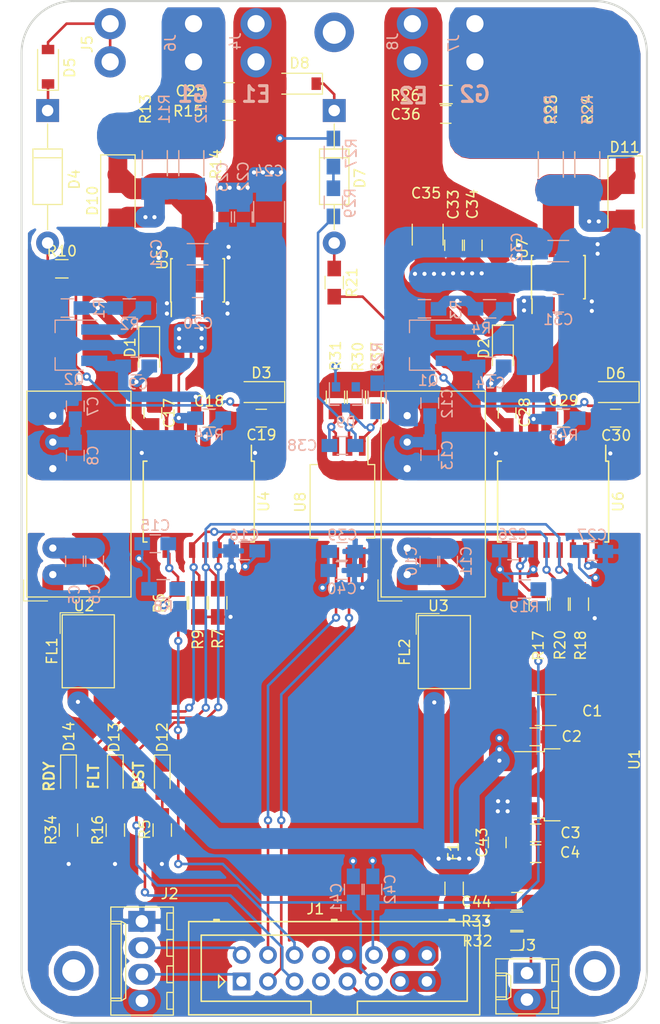
<source format=kicad_pcb>
(kicad_pcb (version 20171130) (host pcbnew no-vcs-found-b05a40e~61~ubuntu17.10.1)
  (layers (0 F.Cu signal) (31 B.Cu signal) (34 B.Paste user) (35 F.Paste user) (36 B.SilkS user) (37 F.SilkS user) (38 B.Mask user) (39 F.Mask user) (44 Edge.Cuts user))
  (net 0 "")
  (net 1 GND)
  (net 2 +5V)
  (net 3 "Net-(C5-Pad1)")
  (net 4 "Net-(C5-Pad2)")
  (net 5 PHASE)
  (net 6 /GD_HIGH/+VCC)
  (net 7 /GD_HIGH/-VEE)
  (net 8 /GD_HIGH/VCC_REG)
  (net 9 "Net-(C10-Pad1)")
  (net 10 "Net-(C10-Pad2)")
  (net 11 /GD_LOW/E)
  (net 12 /GD_LOW/+VCC)
  (net 13 /GD_LOW/-VEE)
  (net 14 /GD_LOW/VCC_REG)
  (net 15 "Net-(C15-Pad1)")
  (net 16 "Net-(C19-Pad1)")
  (net 17 /GD_HIGH/G)
  (net 18 "Net-(C26-Pad1)")
  (net 19 "Net-(C30-Pad1)")
  (net 20 /GD_LOW/G)
  (net 21 "Net-(C37-Pad1)")
  (net 22 PWM_H)
  (net 23 PWM_L)
  (net 24 "Net-(C44-Pad1)")
  (net 25 "Net-(D1-Pad1)")
  (net 26 "Net-(D2-Pad1)")
  (net 27 "Net-(D4-Pad2)")
  (net 28 "Net-(D4-Pad1)")
  (net 29 /GD_HIGH/C)
  (net 30 "Net-(D7-Pad1)")
  (net 31 "Net-(D7-Pad2)")
  (net 32 "Net-(F1-Pad1)")
  (net 33 TEMP)
  (net 34 RST)
  (net 35 Vout-)
  (net 36 Vout+)
  (net 37 I+)
  (net 38 I-)
  (net 39 "Net-(D10-Pad2)")
  (net 40 "Net-(D11-Pad2)")
  (net 41 "Net-(R27-Pad1)")
  (net 42 "Net-(C38-Pad1)")
  (net 43 "Net-(C38-Pad2)")
  (net 44 "Net-(U5-Pad3)")
  (net 45 "Net-(U7-Pad3)")
  (net 46 "Net-(D12-Pad2)")
  (net 47 "Net-(D13-Pad2)")
  (net 48 "Net-(D14-Pad2)")
  (net 49 "Net-(U4-Pad7)")
  (net 50 "Net-(U6-Pad7)")
  (net 51 "Net-(R44-Pad2)")
  (net 52 "Net-(R44-Pad1)")
  (net 53 "Net-(R45-Pad1)")
  (net 54 "Net-(R45-Pad2)")
  (net 55 VCC_IN)
  (net 56 "Net-(Q1-Pad1)")
  (net 57 "Net-(Q2-Pad1)")
  (net 58 "Net-(J1-Pad8)")
  (net 59 "Net-(J1-Pad7)")
  (net 60 "Net-(D10-Pad1)")
  (net 61 "Net-(D11-Pad1)")
  (net 62 FLT)
  (net 63 RDY)
  (module Mounting_Holes:MountingHole_2.2mm_M2_DIN965_Pad (layer F.Cu) (at 30 3 180)
    (fp_text reference REF** hide)
    (fp_text value MountingHole_2.2mm_M2_DIN965_Pad)
    (pad 1 thru_hole circle (at 0 0 180) (size 3.8 3.8) (drill 2.2) (layers *.Cu *.Mask))
  )
  (module Mounting_Holes:MountingHole_2.2mm_M2_DIN965_Pad (layer F.Cu) (at 5 93)
    (fp_text reference REF** hide)
    (fp_text value MountingHole_2.2mm_M2_DIN965_Pad)
    (pad 1 thru_hole circle (at 0 0) (size 3.8 3.8) (drill 2.2) (layers *.Cu *.Mask))
  )
  (module Resistors_SMD:R_1210_HandSoldering (layer F.Cu) (at 38.9636 22.4028 270)
    (fp_text reference C35 (at -3.97764 0.14986) (layer F.SilkS))
    (fp_text value 10u)
    (pad 1 smd rect (at -2 0 270) (size 2 2.5) (layers F.Cu F.Paste F.Mask) (net 11 /GD_LOW/E))
    (pad 2 smd rect (at 2 0 270) (size 2 2.5) (layers F.Cu F.Paste F.Mask) (net 13 /GD_LOW/-VEE))
  )
  (module Capacitors_SMD:C_0805_HandSoldering (layer B.Cu) (at 33.7058 85.1916 90)
    (fp_text reference C42 (at 0.0254 1.651 90) (layer B.SilkS) (effects (justify mirror)))
    (fp_text value 100n)
    (pad 2 smd rect (at 1.25 0 90) (size 1.5 1.25) (layers B.Cu B.Paste B.Mask) (net 1 GND))
    (pad 1 smd rect (at -1.25 0 90) (size 1.5 1.25) (layers B.Cu B.Paste B.Mask) (net 23 PWM_L))
  )
  (module Resistors_SMD:R_0805_HandSoldering (layer F.Cu) (at 13.5 79.5 90)
    (fp_text reference R5 (at 0.0508 -1.6764 90) (layer F.SilkS))
    (fp_text value 1k)
    (pad 2 smd rect (at 1.35 0 90) (size 1.5 1.3) (layers F.Cu F.Paste F.Mask) (net 46 "Net-(D12-Pad2)"))
    (pad 1 smd rect (at -1.35 0 90) (size 1.5 1.3) (layers F.Cu F.Paste F.Mask) (net 2 +5V))
  )
  (module Capacitors_SMD:C_1210_HandSoldering (layer F.Cu) (at 50.2793 67.9958)
    (fp_text reference C1 (at 4.4704 0.0889) (layer F.SilkS))
    (fp_text value 10u)
    (pad 2 smd rect (at 2 0) (size 2 2.5) (layers F.Cu F.Paste F.Mask) (net 1 GND))
    (pad 1 smd rect (at -2 0) (size 2 2.5) (layers F.Cu F.Paste F.Mask) (net 55 VCC_IN))
  )
  (module Capacitors_SMD:C_0805_HandSoldering (layer F.Cu) (at 49.276 70.5612)
    (fp_text reference C2 (at 3.5052 -0.0381) (layer F.SilkS))
    (fp_text value 100n)
    (pad 1 smd rect (at -1.25 0) (size 1.5 1.25) (layers F.Cu F.Paste F.Mask) (net 55 VCC_IN))
    (pad 2 smd rect (at 1.25 0) (size 1.5 1.25) (layers F.Cu F.Paste F.Mask) (net 1 GND))
  )
  (module Capacitors_SMD:C_0805_HandSoldering (layer F.Cu) (at 49.3268 79.7687)
    (fp_text reference C3 (at 3.3401 0) (layer F.SilkS))
    (fp_text value 100n)
    (pad 1 smd rect (at -1.25 0) (size 1.5 1.25) (layers F.Cu F.Paste F.Mask) (net 2 +5V))
    (pad 2 smd rect (at 1.25 0) (size 1.5 1.25) (layers F.Cu F.Paste F.Mask) (net 1 GND))
  )
  (module Capacitors_SMD:C_0805_HandSoldering (layer F.Cu) (at 49.3268 81.7626)
    (fp_text reference C4 (at 3.302 -0.1143) (layer F.SilkS))
    (fp_text value 1u)
    (pad 2 smd rect (at 1.25 0) (size 1.5 1.25) (layers F.Cu F.Paste F.Mask) (net 1 GND))
    (pad 1 smd rect (at -1.25 0) (size 1.5 1.25) (layers F.Cu F.Paste F.Mask) (net 2 +5V))
  )
  (module Capacitors_SMD:C_0805_HandSoldering (layer B.Cu) (at 5.08 53.721 90)
    (fp_text reference C5 (at -3.2004 0 90) (layer B.SilkS) (effects (justify mirror)))
    (fp_text value 100n)
    (pad 1 smd rect (at -1.25 0 90) (size 1.5 1.25) (layers B.Cu B.Paste B.Mask) (net 3 "Net-(C5-Pad1)"))
    (pad 2 smd rect (at 1.25 0 90) (size 1.5 1.25) (layers B.Cu B.Paste B.Mask) (net 4 "Net-(C5-Pad2)"))
  )
  (module Capacitors_SMD:C_0805_HandSoldering (layer B.Cu) (at 7.0104 53.721 90)
    (fp_text reference C6 (at -3.175 0 90) (layer B.SilkS) (effects (justify mirror)))
    (fp_text value 1u)
    (pad 2 smd rect (at 1.25 0 90) (size 1.5 1.25) (layers B.Cu B.Paste B.Mask) (net 4 "Net-(C5-Pad2)"))
    (pad 1 smd rect (at -1.25 0 90) (size 1.5 1.25) (layers B.Cu B.Paste B.Mask) (net 3 "Net-(C5-Pad1)"))
  )
  (module Capacitors_SMD:C_0805_HandSoldering (layer B.Cu) (at 5.1562 38.8493 270)
    (fp_text reference C7 (at 0.0127 -1.7018 270) (layer B.SilkS) (effects (justify mirror)))
    (fp_text value 1u)
    (pad 2 smd rect (at 1.25 0 270) (size 1.5 1.25) (layers B.Cu B.Paste B.Mask) (net 5 PHASE))
    (pad 1 smd rect (at -1.25 0 270) (size 1.5 1.25) (layers B.Cu B.Paste B.Mask) (net 6 /GD_HIGH/+VCC))
  )
  (module Capacitors_SMD:C_0805_HandSoldering (layer B.Cu) (at 5.1562 43.5864 270)
    (fp_text reference C8 (at 0 -1.7018 270) (layer B.SilkS) (effects (justify mirror)))
    (fp_text value 1u)
    (pad 1 smd rect (at -1.25 0 270) (size 1.5 1.25) (layers B.Cu B.Paste B.Mask) (net 5 PHASE))
    (pad 2 smd rect (at 1.25 0 270) (size 1.5 1.25) (layers B.Cu B.Paste B.Mask) (net 7 /GD_HIGH/-VEE))
  )
  (module Capacitors_SMD:C_0805_HandSoldering (layer B.Cu) (at 11 35)
    (fp_text reference C9 (at 0.19304 1.7272) (layer B.SilkS) (effects (justify mirror)))
    (fp_text value 1u)
    (pad 2 smd rect (at 1.25 0) (size 1.5 1.25) (layers B.Cu B.Paste B.Mask) (net 7 /GD_HIGH/-VEE))
    (pad 1 smd rect (at -1.25 0) (size 1.5 1.25) (layers B.Cu B.Paste B.Mask) (net 8 /GD_HIGH/VCC_REG))
  )
  (module Capacitors_SMD:C_0805_HandSoldering (layer B.Cu) (at 39.0906 53.7464 90)
    (fp_text reference C10 (at 0.0381 -1.6764 90) (layer B.SilkS) (effects (justify mirror)))
    (fp_text value 100n)
    (pad 1 smd rect (at -1.25 0 90) (size 1.5 1.25) (layers B.Cu B.Paste B.Mask) (net 9 "Net-(C10-Pad1)"))
    (pad 2 smd rect (at 1.25 0 90) (size 1.5 1.25) (layers B.Cu B.Paste B.Mask) (net 10 "Net-(C10-Pad2)"))
  )
  (module Capacitors_SMD:C_0805_HandSoldering (layer B.Cu) (at 40.9702 53.7464 90)
    (fp_text reference C11 (at 0.0381 1.7018 90) (layer B.SilkS) (effects (justify mirror)))
    (fp_text value 1u)
    (pad 2 smd rect (at 1.25 0 90) (size 1.5 1.25) (layers B.Cu B.Paste B.Mask) (net 10 "Net-(C10-Pad2)"))
    (pad 1 smd rect (at -1.25 0 90) (size 1.5 1.25) (layers B.Cu B.Paste B.Mask) (net 9 "Net-(C10-Pad1)"))
  )
  (module Capacitors_SMD:C_0805_HandSoldering (layer B.Cu) (at 39.1668 38.5508 270)
    (fp_text reference C12 (at 0.0508 -1.6764 270) (layer B.SilkS) (effects (justify mirror)))
    (fp_text value 1u)
    (pad 2 smd rect (at 1.25 0 270) (size 1.5 1.25) (layers B.Cu B.Paste B.Mask) (net 11 /GD_LOW/E))
    (pad 1 smd rect (at -1.25 0 270) (size 1.5 1.25) (layers B.Cu B.Paste B.Mask) (net 12 /GD_LOW/+VCC))
  )
  (module Capacitors_SMD:C_0805_HandSoldering (layer B.Cu) (at 39.1668 43.5508 270)
    (fp_text reference C13 (at 0 -1.6764 270) (layer B.SilkS) (effects (justify mirror)))
    (fp_text value 1u)
    (pad 1 smd rect (at -1.25 0 270) (size 1.5 1.25) (layers B.Cu B.Paste B.Mask) (net 11 /GD_LOW/E))
    (pad 2 smd rect (at 1.25 0 270) (size 1.5 1.25) (layers B.Cu B.Paste B.Mask) (net 13 /GD_LOW/-VEE))
  )
  (module Capacitors_SMD:C_0805_HandSoldering (layer B.Cu) (at 45 35)
    (fp_text reference C14 (at 0.0088 1.62814) (layer B.SilkS) (effects (justify mirror)))
    (fp_text value 1u)
    (pad 2 smd rect (at 1.25 0) (size 1.5 1.25) (layers B.Cu B.Paste B.Mask) (net 13 /GD_LOW/-VEE))
    (pad 1 smd rect (at -1.25 0) (size 1.5 1.25) (layers B.Cu B.Paste B.Mask) (net 14 /GD_LOW/VCC_REG))
  )
  (module Capacitors_SMD:C_0805_HandSoldering (layer B.Cu) (at 12.827 52.0446 180)
    (fp_text reference C15 (at 0 1.75 180) (layer B.SilkS) (effects (justify mirror)))
    (fp_text value 100n)
    (pad 1 smd rect (at -1.25 0 180) (size 1.5 1.25) (layers B.Cu B.Paste B.Mask) (net 15 "Net-(C15-Pad1)"))
    (pad 2 smd rect (at 1.25 0 180) (size 1.5 1.25) (layers B.Cu B.Paste B.Mask) (net 1 GND))
  )
  (module Capacitors_SMD:C_0805_HandSoldering (layer B.Cu) (at 21.3614 52.7304)
    (fp_text reference C16 (at 0 -1.524) (layer B.SilkS) (effects (justify mirror)))
    (fp_text value 100n)
    (pad 2 smd rect (at 1.25 0) (size 1.5 1.25) (layers B.Cu B.Paste B.Mask) (net 1 GND))
    (pad 1 smd rect (at -1.25 0) (size 1.5 1.25) (layers B.Cu B.Paste B.Mask) (net 2 +5V))
  )
  (module Capacitors_SMD:C_0805_HandSoldering (layer F.Cu) (at 12.5984 39.5 90)
    (fp_text reference C17 (at -0.0224 1.5748 90) (layer F.SilkS))
    (fp_text value 100n)
    (pad 2 smd rect (at 1.25 0 90) (size 1.5 1.25) (layers F.Cu F.Paste F.Mask) (net 5 PHASE))
    (pad 1 smd rect (at -1.25 0 90) (size 1.5 1.25) (layers F.Cu F.Paste F.Mask) (net 7 /GD_HIGH/-VEE))
  )
  (module Capacitors_SMD:C_0805_HandSoldering (layer F.Cu) (at 18 40 180)
    (fp_text reference C18 (at 0 1.63 180) (layer F.SilkS))
    (fp_text value 100n)
    (pad 1 smd rect (at -1.25 0 180) (size 1.5 1.25) (layers F.Cu F.Paste F.Mask) (net 5 PHASE))
    (pad 2 smd rect (at 1.25 0 180) (size 1.5 1.25) (layers F.Cu F.Paste F.Mask) (net 8 /GD_HIGH/VCC_REG))
  )
  (module Capacitors_SMD:C_0805_HandSoldering (layer F.Cu) (at 23 40 180)
    (fp_text reference C19 (at -0.0124 -1.6052 180) (layer F.SilkS))
    (fp_text value DNP)
    (pad 1 smd rect (at -1.25 0 180) (size 1.5 1.25) (layers F.Cu F.Paste F.Mask) (net 16 "Net-(C19-Pad1)"))
    (pad 2 smd rect (at 1.25 0 180) (size 1.5 1.25) (layers F.Cu F.Paste F.Mask) (net 5 PHASE))
  )
  (module Capacitors_SMD:C_0805_HandSoldering (layer B.Cu) (at 16.8904 29.2836)
    (fp_text reference C20 (at 0.0508 1.6256) (layer B.SilkS) (effects (justify mirror)))
    (fp_text value 100n)
    (pad 2 smd rect (at 1.25 0) (size 1.5 1.25) (layers B.Cu B.Paste B.Mask) (net 7 /GD_HIGH/-VEE))
    (pad 1 smd rect (at -1.25 0) (size 1.5 1.25) (layers B.Cu B.Paste B.Mask) (net 6 /GD_HIGH/+VCC))
  )
  (module Capacitors_SMD:C_1206_HandSoldering (layer B.Cu) (at 16.8904 24.2836)
    (fp_text reference C21 (at -3.9436 -0.03556 -90) (layer B.SilkS) (effects (justify mirror)))
    (fp_text value 4.7u)
    (pad 2 smd rect (at 2 0) (size 2 1.6) (layers B.Cu B.Paste B.Mask) (net 7 /GD_HIGH/-VEE))
    (pad 1 smd rect (at -2 0) (size 2 1.6) (layers B.Cu B.Paste B.Mask) (net 6 /GD_HIGH/+VCC))
  )
  (module Capacitors_SMD:C_0805_HandSoldering (layer B.Cu) (at 21.2822 20.713 270)
    (fp_text reference C22 (at -3.8989 0.01524 270) (layer B.SilkS) (effects (justify mirror)))
    (fp_text value 10n)
    (pad 2 smd rect (at 1.25 0 270) (size 1.5 1.25) (layers B.Cu B.Paste B.Mask) (net 7 /GD_HIGH/-VEE))
    (pad 1 smd rect (at -1.25 0 270) (size 1.5 1.25) (layers B.Cu B.Paste B.Mask) (net 5 PHASE))
  )
  (module Capacitors_SMD:C_0805_HandSoldering (layer B.Cu) (at 19.2822 20.713 270)
    (fp_text reference C23 (at -3.8354 -0.00762 270) (layer B.SilkS) (effects (justify mirror)))
    (fp_text value 100n)
    (pad 1 smd rect (at -1.25 0 270) (size 1.5 1.25) (layers B.Cu B.Paste B.Mask) (net 5 PHASE))
    (pad 2 smd rect (at 1.25 0 270) (size 1.5 1.25) (layers B.Cu B.Paste B.Mask) (net 7 /GD_HIGH/-VEE))
  )
  (module Resistors_SMD:R_1210_HandSoldering (layer B.Cu) (at 23.749 20.2184 270)
    (fp_text reference C24 (at -3.92176 0.0254 180) (layer B.SilkS) (effects (justify mirror)))
    (fp_text value 10u)
    (pad 2 smd rect (at 2 0 270) (size 2 2.5) (layers B.Cu B.Paste B.Mask) (net 7 /GD_HIGH/-VEE))
    (pad 1 smd rect (at -2 0 270) (size 2 2.5) (layers B.Cu B.Paste B.Mask) (net 5 PHASE))
  )
  (module Capacitors_SMD:C_0805_HandSoldering (layer F.Cu) (at 19.9136 8.67664)
    (fp_text reference C25 (at -3.68808 -0.05334) (layer F.SilkS))
    (fp_text value DNP)
    (pad 1 smd rect (at -1.25 0) (size 1.5 1.25) (layers F.Cu F.Paste F.Mask) (net 17 /GD_HIGH/G))
    (pad 2 smd rect (at 1.25 0) (size 1.5 1.25) (layers F.Cu F.Paste F.Mask) (net 5 PHASE))
  )
  (module Capacitors_SMD:C_0805_HandSoldering (layer B.Cu) (at 47.1424 52.7304 180)
    (fp_text reference C26 (at 0 1.5875 180) (layer B.SilkS) (effects (justify mirror)))
    (fp_text value 100n)
    (pad 2 smd rect (at 1.25 0 180) (size 1.5 1.25) (layers B.Cu B.Paste B.Mask) (net 1 GND))
    (pad 1 smd rect (at -1.25 0 180) (size 1.5 1.25) (layers B.Cu B.Paste B.Mask) (net 18 "Net-(C26-Pad1)"))
  )
  (module Capacitors_SMD:C_0805_HandSoldering (layer B.Cu) (at 54.7624 52.7812 180)
    (fp_text reference C27 (at 0.0254 1.5748 180) (layer B.SilkS) (effects (justify mirror)))
    (fp_text value 100n)
    (pad 1 smd rect (at -1.25 0 180) (size 1.5 1.25) (layers B.Cu B.Paste B.Mask) (net 2 +5V))
    (pad 2 smd rect (at 1.25 0 180) (size 1.5 1.25) (layers B.Cu B.Paste B.Mask) (net 1 GND))
  )
  (module Capacitors_SMD:C_0805_HandSoldering (layer F.Cu) (at 46.5836 39.5 90)
    (fp_text reference C28 (at 0.0508 1.6891 90) (layer F.SilkS))
    (fp_text value 100n)
    (pad 2 smd rect (at 1.25 0 90) (size 1.5 1.25) (layers F.Cu F.Paste F.Mask) (net 11 /GD_LOW/E))
    (pad 1 smd rect (at -1.25 0 90) (size 1.5 1.25) (layers F.Cu F.Paste F.Mask) (net 13 /GD_LOW/-VEE))
  )
  (module Capacitors_SMD:C_0805_HandSoldering (layer F.Cu) (at 52 40 180)
    (fp_text reference C29 (at 0 1.6968 180) (layer F.SilkS))
    (fp_text value 100n)
    (pad 1 smd rect (at -1.25 0 180) (size 1.5 1.25) (layers F.Cu F.Paste F.Mask) (net 11 /GD_LOW/E))
    (pad 2 smd rect (at 1.25 0 180) (size 1.5 1.25) (layers F.Cu F.Paste F.Mask) (net 14 /GD_LOW/VCC_REG))
  )
  (module Capacitors_SMD:C_0805_HandSoldering (layer F.Cu) (at 57 40 180)
    (fp_text reference C30 (at -0.0484 -1.656 180) (layer F.SilkS))
    (fp_text value DNP)
    (pad 1 smd rect (at -1.25 0 180) (size 1.5 1.25) (layers F.Cu F.Paste F.Mask) (net 19 "Net-(C30-Pad1)"))
    (pad 2 smd rect (at 1.25 0 180) (size 1.5 1.25) (layers F.Cu F.Paste F.Mask) (net 11 /GD_LOW/E))
  )
  (module Capacitors_SMD:C_0805_HandSoldering (layer B.Cu) (at 51.5 28.9788)
    (fp_text reference C31 (at 0 1.5748 -180) (layer B.SilkS) (effects (justify mirror)))
    (fp_text value 100n)
    (pad 2 smd rect (at 1.25 0) (size 1.5 1.25) (layers B.Cu B.Paste B.Mask) (net 13 /GD_LOW/-VEE))
    (pad 1 smd rect (at -1.25 0) (size 1.5 1.25) (layers B.Cu B.Paste B.Mask) (net 12 /GD_LOW/+VCC))
  )
  (module Capacitors_SMD:C_1206_HandSoldering (layer B.Cu) (at 51.5 23.9788)
    (fp_text reference C32 (at -3.97764 -0.3429 -90) (layer B.SilkS) (effects (justify mirror)))
    (fp_text value 4.7u)
    (pad 2 smd rect (at 2 0) (size 2 1.6) (layers B.Cu B.Paste B.Mask) (net 13 /GD_LOW/-VEE))
    (pad 1 smd rect (at -2 0) (size 2 1.6) (layers B.Cu B.Paste B.Mask) (net 12 /GD_LOW/+VCC))
  )
  (module Capacitors_SMD:C_0805_HandSoldering (layer F.Cu) (at 41.4528 23.4188 270)
    (fp_text reference C33 (at -3.90398 0.02794 270) (layer F.SilkS))
    (fp_text value 10n)
    (pad 1 smd rect (at -1.25 0 270) (size 1.5 1.25) (layers F.Cu F.Paste F.Mask) (net 11 /GD_LOW/E))
    (pad 2 smd rect (at 1.25 0 270) (size 1.5 1.25) (layers F.Cu F.Paste F.Mask) (net 13 /GD_LOW/-VEE))
  )
  (module Capacitors_SMD:C_0805_HandSoldering (layer F.Cu) (at 43.3324 23.4188 270)
    (fp_text reference C34 (at -3.94208 0.07112 270) (layer F.SilkS))
    (fp_text value 100n)
    (pad 1 smd rect (at -1.25 0 270) (size 1.5 1.25) (layers F.Cu F.Paste F.Mask) (net 11 /GD_LOW/E))
    (pad 2 smd rect (at 1.25 0 270) (size 1.5 1.25) (layers F.Cu F.Paste F.Mask) (net 13 /GD_LOW/-VEE))
  )
  (module Capacitors_SMD:C_0805_HandSoldering (layer F.Cu) (at 40.7035 10.8712 180)
    (fp_text reference C36 (at 3.8481 0.0127 180) (layer F.SilkS))
    (fp_text value DNP)
    (pad 2 smd rect (at 1.25 0 180) (size 1.5 1.25) (layers F.Cu F.Paste F.Mask) (net 11 /GD_LOW/E))
    (pad 1 smd rect (at -1.25 0 180) (size 1.5 1.25) (layers F.Cu F.Paste F.Mask) (net 20 /GD_LOW/G))
  )
  (module Capacitors_SMD:C_0805_HandSoldering (layer F.Cu) (at 34.1122 38 90)
    (fp_text reference C37 (at 3.8624 -0.0508 90) (layer F.SilkS))
    (fp_text value 100n)
    (pad 2 smd rect (at 1.25 0 90) (size 1.5 1.25) (layers F.Cu F.Paste F.Mask) (net 11 /GD_LOW/E))
    (pad 1 smd rect (at -1.25 0 90) (size 1.5 1.25) (layers F.Cu F.Paste F.Mask) (net 21 "Net-(C37-Pad1)"))
  )
  (module Capacitors_SMD:C_0805_HandSoldering (layer B.Cu) (at 30.7594 52.7812 180)
    (fp_text reference C39 (at -0.0254 1.5748 180) (layer B.SilkS) (effects (justify mirror)))
    (fp_text value 100n)
    (pad 1 smd rect (at -1.25 0 180) (size 1.5 1.25) (layers B.Cu B.Paste B.Mask) (net 2 +5V))
    (pad 2 smd rect (at 1.25 0 180) (size 1.5 1.25) (layers B.Cu B.Paste B.Mask) (net 1 GND))
  )
  (module Capacitors_SMD:C_0805_HandSoldering (layer B.Cu) (at 30.6832 54.61 180)
    (fp_text reference C40 (at -0.0508 -1.7526 180) (layer B.SilkS) (effects (justify mirror)))
    (fp_text value 2.2u)
    (pad 2 smd rect (at 1.25 0 180) (size 1.5 1.25) (layers B.Cu B.Paste B.Mask) (net 1 GND))
    (pad 1 smd rect (at -1.25 0 180) (size 1.5 1.25) (layers B.Cu B.Paste B.Mask) (net 2 +5V))
  )
  (module Capacitors_SMD:C_0805_HandSoldering (layer B.Cu) (at 31.8262 85.1916 90)
    (fp_text reference C41 (at -0.8128 -1.6256 90) (layer B.SilkS) (effects (justify mirror)))
    (fp_text value 100n)
    (pad 1 smd rect (at -1.25 0 90) (size 1.5 1.25) (layers B.Cu B.Paste B.Mask) (net 22 PWM_H))
    (pad 2 smd rect (at 1.25 0 90) (size 1.5 1.25) (layers B.Cu B.Paste B.Mask) (net 1 GND))
  )
  (module Capacitors_SMD:C_0805_HandSoldering (layer F.Cu) (at 45.63618 80.69326 270)
    (fp_text reference C43 (at 0.00254 1.46558 270) (layer F.SilkS))
    (fp_text value 1u)
    (pad 1 smd rect (at -1.25 0 270) (size 1.5 1.25) (layers F.Cu F.Paste F.Mask) (net 2 +5V))
    (pad 2 smd rect (at 1.25 0 270) (size 1.5 1.25) (layers F.Cu F.Paste F.Mask) (net 1 GND))
  )
  (module Capacitors_SMD:C_0805_HandSoldering (layer F.Cu) (at 47.5234 86.3346 180)
    (fp_text reference C44 (at 3.8862 -0.0508 180) (layer F.SilkS))
    (fp_text value 1u)
    (pad 2 smd rect (at 1.25 0 180) (size 1.5 1.25) (layers F.Cu F.Paste F.Mask) (net 1 GND))
    (pad 1 smd rect (at -1.25 0 180) (size 1.5 1.25) (layers F.Cu F.Paste F.Mask) (net 24 "Net-(C44-Pad1)"))
  )
  (module Diodes_SMD:D_SOD-123 (layer F.Cu) (at 12.2428 33.4772 270)
    (fp_text reference D1 (at -0.254 1.8288 270) (layer F.SilkS))
    (fp_text value MMSZ5251B)
    (pad 1 smd rect (at -1.65 0 270) (size 0.9 1.2) (layers F.Cu F.Paste F.Mask) (net 25 "Net-(D1-Pad1)"))
    (pad 2 smd rect (at 1.65 0 270) (size 0.9 1.2) (layers F.Cu F.Paste F.Mask) (net 7 /GD_HIGH/-VEE))
  )
  (module Diodes_SMD:D_SOD-123 (layer F.Cu) (at 46.1772 33.3248 270)
    (fp_text reference D2 (at 0 1.8288 90) (layer F.SilkS))
    (fp_text value MMSZ5251B)
    (pad 2 smd rect (at 1.65 0 270) (size 0.9 1.2) (layers F.Cu F.Paste F.Mask) (net 13 /GD_LOW/-VEE))
    (pad 1 smd rect (at -1.65 0 270) (size 0.9 1.2) (layers F.Cu F.Paste F.Mask) (net 26 "Net-(D2-Pad1)"))
  )
  (module Diodes_SMD:D_SOD-123 (layer F.Cu) (at 23 37.5 180)
    (fp_text reference D3 (at -0.0124 1.8384 180) (layer F.SilkS))
    (fp_text value D_Zener)
    (pad 1 smd rect (at -1.65 0 180) (size 0.9 1.2) (layers F.Cu F.Paste F.Mask) (net 16 "Net-(C19-Pad1)"))
    (pad 2 smd rect (at 1.65 0 180) (size 0.9 1.2) (layers F.Cu F.Paste F.Mask) (net 5 PHASE))
  )
  (module Diodes_THT:D_DO-41_SOD81_P12.70mm_Horizontal (layer F.Cu) (at 2.5 10.5 270)
    (fp_text reference D4 (at 6.60146 -2.57048 270) (layer F.SilkS))
    (fp_text value D)
    (pad 2 thru_hole oval (at 12.7 0 270) (size 2.2 2.2) (drill 1.1) (layers *.Cu *.Mask) (net 27 "Net-(D4-Pad2)"))
    (pad 1 thru_hole rect (at 0 0 270) (size 2.2 2.2) (drill 1.1) (layers *.Cu *.Mask) (net 28 "Net-(D4-Pad1)"))
  )
  (module Diodes_SMD:D_SOD-123 (layer F.Cu) (at 2.54 6.2992 90)
    (fp_text reference D5 (at -0.1016 2.0828 270) (layer F.SilkS))
    (fp_text value D_Zener)
    (pad 2 smd rect (at 1.65 0 90) (size 0.9 1.2) (layers F.Cu F.Paste F.Mask) (net 29 /GD_HIGH/C))
    (pad 1 smd rect (at -1.65 0 90) (size 0.9 1.2) (layers F.Cu F.Paste F.Mask) (net 28 "Net-(D4-Pad1)"))
  )
  (module Diodes_SMD:D_SOD-123 (layer F.Cu) (at 57 37.5 180)
    (fp_text reference D6 (at 0.0024 1.7876 180) (layer F.SilkS))
    (fp_text value D_Zener)
    (pad 1 smd rect (at -1.65 0 180) (size 0.9 1.2) (layers F.Cu F.Paste F.Mask) (net 19 "Net-(C30-Pad1)"))
    (pad 2 smd rect (at 1.65 0 180) (size 0.9 1.2) (layers F.Cu F.Paste F.Mask) (net 11 /GD_LOW/E))
  )
  (module Diodes_THT:D_DO-41_SOD81_P12.70mm_Horizontal (layer F.Cu) (at 30 10.5 270)
    (fp_text reference D7 (at 6.49478 -2.4612 270) (layer F.SilkS))
    (fp_text value D)
    (pad 1 thru_hole rect (at 0 0 270) (size 2.2 2.2) (drill 1.1) (layers *.Cu *.Mask) (net 30 "Net-(D7-Pad1)"))
    (pad 2 thru_hole oval (at 12.7 0 270) (size 2.2 2.2) (drill 1.1) (layers *.Cu *.Mask) (net 31 "Net-(D7-Pad2)"))
  )
  (module Diodes_SMD:D_SOD-123 (layer F.Cu) (at 26.6192 7.9248 180)
    (fp_text reference D8 (at -0.0524 1.9656 180) (layer F.SilkS))
    (fp_text value D_Zener)
    (pad 2 smd rect (at 1.65 0 180) (size 0.9 1.2) (layers F.Cu F.Paste F.Mask) (net 5 PHASE))
    (pad 1 smd rect (at -1.65 0 180) (size 0.9 1.2) (layers F.Cu F.Paste F.Mask) (net 30 "Net-(D7-Pad1)"))
  )
  (module Connectors_Molex:Molex_KK-6410-04_04x2.54mm_Straight (layer F.Cu) (at 11.5443 88.2523 270)
    (fp_text reference J2 (at -2.63398 -2.66446) (layer F.SilkS))
    (fp_text value Current)
    (pad 4 thru_hole oval (at 7.62 0 270) (size 2 2.6) (drill 1.2) (layers *.Cu *.Mask) (net 1 GND))
    (pad 3 thru_hole oval (at 5.08 0 270) (size 2 2.6) (drill 1.2) (layers *.Cu *.Mask) (net 38 I-))
    (pad 2 thru_hole oval (at 2.54 0 270) (size 2 2.6) (drill 1.2) (layers *.Cu *.Mask) (net 37 I+))
    (pad 1 thru_hole rect (at 0 0 270) (size 2 2.6) (drill 1.2) (layers *.Cu *.Mask) (net 2 +5V))
  )
  (module Connectors_Molex:Molex_KK-6410-02_02x2.54mm_Straight (layer F.Cu) (at 48.4886 93.218 270)
    (fp_text reference J3 (at -2.667 -0.0254) (layer F.SilkS))
    (fp_text value TEMP)
    (pad 2 thru_hole oval (at 2.54 0 270) (size 2 2.6) (drill 1.2) (layers *.Cu *.Mask) (net 1 GND))
    (pad 1 thru_hole rect (at 0 0 270) (size 2 2.6) (drill 1.2) (layers *.Cu *.Mask) (net 24 "Net-(C44-Pad1)"))
  )
  (module TO_SOT_Packages_SMD:SOT-89-3_Handsoldering (layer B.Cu) (at 39 33 180)
    (fp_text reference Q1 (at -0.0144 -3.3836) (layer B.SilkS) (effects (justify mirror)))
    (fp_text value Q_NPN_BCE)
    (pad 2 smd trapezoid (at -0.37 0 90) (size 1.5 0.75) (rect_delta 0 -0.5) (layers B.Cu B.Paste B.Mask) (net 12 /GD_LOW/+VCC))
    (pad 2 smd rect (at 1.98 0 270) (size 2 4) (layers B.Cu B.Paste B.Mask) (net 12 /GD_LOW/+VCC))
    (pad 3 smd rect (at -1.98 -1.5 270) (size 1 2.5) (layers B.Cu B.Paste B.Mask) (net 14 /GD_LOW/VCC_REG))
    (pad 2 smd rect (at -1.98 0 270) (size 1 2.5) (layers B.Cu B.Paste B.Mask) (net 12 /GD_LOW/+VCC))
    (pad 1 smd rect (at -1.98 1.5 270) (size 1 2.5) (layers B.Cu B.Paste B.Mask) (net 56 "Net-(Q1-Pad1)"))
  )
  (module TO_SOT_Packages_SMD:SOT-89-3_Handsoldering (layer B.Cu) (at 5 33 180)
    (fp_text reference Q2 (at -0.0292 -3.282 180) (layer B.SilkS) (effects (justify mirror)))
    (fp_text value Q_NPN_BCE)
    (pad 2 smd trapezoid (at -0.37 0 90) (size 1.5 0.75) (rect_delta 0 -0.5) (layers B.Cu B.Paste B.Mask) (net 6 /GD_HIGH/+VCC))
    (pad 2 smd rect (at 1.98 0 270) (size 2 4) (layers B.Cu B.Paste B.Mask) (net 6 /GD_HIGH/+VCC))
    (pad 3 smd rect (at -1.98 -1.5 270) (size 1 2.5) (layers B.Cu B.Paste B.Mask) (net 8 /GD_HIGH/VCC_REG))
    (pad 2 smd rect (at -1.98 0 270) (size 1 2.5) (layers B.Cu B.Paste B.Mask) (net 6 /GD_HIGH/+VCC))
    (pad 1 smd rect (at -1.98 1.5 270) (size 1 2.5) (layers B.Cu B.Paste B.Mask) (net 57 "Net-(Q2-Pad1)"))
  )
  (module Resistors_SMD:R_0805_HandSoldering (layer B.Cu) (at 4.3942 29.4386 180)
    (fp_text reference R1 (at -3.05308 -0.07366 90) (layer B.SilkS) (effects (justify mirror)))
    (fp_text value 10k)
    (pad 2 smd rect (at 1.35 0 180) (size 1.5 1.3) (layers B.Cu B.Paste B.Mask) (net 6 /GD_HIGH/+VCC))
    (pad 1 smd rect (at -1.35 0 180) (size 1.5 1.3) (layers B.Cu B.Paste B.Mask) (net 25 "Net-(D1-Pad1)"))
  )
  (module Resistors_SMD:R_0805_HandSoldering (layer B.Cu) (at 10.3378 29.4386)
    (fp_text reference R2 (at 0.03048 1.57734) (layer B.SilkS) (effects (justify mirror)))
    (fp_text value 0)
    (pad 1 smd rect (at -1.35 0) (size 1.5 1.3) (layers B.Cu B.Paste B.Mask) (net 25 "Net-(D1-Pad1)"))
    (pad 2 smd rect (at 1.35 0) (size 1.5 1.3) (layers B.Cu B.Paste B.Mask) (net 57 "Net-(Q2-Pad1)"))
  )
  (module Resistors_SMD:R_0805_HandSoldering (layer B.Cu) (at 38.6588 29.5148 180)
    (fp_text reference R3 (at -3.04038 -0.06604 90) (layer B.SilkS) (effects (justify mirror)))
    (fp_text value 10k)
    (pad 1 smd rect (at -1.35 0 180) (size 1.5 1.3) (layers B.Cu B.Paste B.Mask) (net 26 "Net-(D2-Pad1)"))
    (pad 2 smd rect (at 1.35 0 180) (size 1.5 1.3) (layers B.Cu B.Paste B.Mask) (net 12 /GD_LOW/+VCC))
  )
  (module Resistors_SMD:R_0805_HandSoldering (layer B.Cu) (at 44.9072 29.5148)
    (fp_text reference R4 (at -0.80518 1.85166) (layer B.SilkS) (effects (justify mirror)))
    (fp_text value 0)
    (pad 1 smd rect (at -1.35 0) (size 1.5 1.3) (layers B.Cu B.Paste B.Mask) (net 26 "Net-(D2-Pad1)"))
    (pad 2 smd rect (at 1.35 0) (size 1.5 1.3) (layers B.Cu B.Paste B.Mask) (net 56 "Net-(Q1-Pad1)"))
  )
  (module Resistors_SMD:R_0805_HandSoldering (layer F.Cu) (at 15.0114 57.7342 270)
    (fp_text reference R6 (at 0 1.8161 270) (layer F.SilkS))
    (fp_text value 1k)
    (pad 2 smd rect (at 1.35 0 270) (size 1.5 1.3) (layers F.Cu F.Paste F.Mask) (net 22 PWM_H))
    (pad 1 smd rect (at -1.35 0 270) (size 1.5 1.3) (layers F.Cu F.Paste F.Mask) (net 15 "Net-(C15-Pad1)"))
  )
  (module Resistors_SMD:R_0805_HandSoldering (layer F.Cu) (at 18.8214 57.7088 90)
    (fp_text reference R7 (at -3.4417 0 90) (layer F.SilkS))
    (fp_text value 10k)
    (pad 1 smd rect (at -1.35 0 90) (size 1.5 1.3) (layers F.Cu F.Paste F.Mask) (net 2 +5V))
    (pad 2 smd rect (at 1.35 0 90) (size 1.5 1.3) (layers F.Cu F.Paste F.Mask) (net 62 FLT))
  )
  (module Resistors_SMD:R_0805_HandSoldering (layer B.Cu) (at 13.589 56.3626)
    (fp_text reference R8 (at 0 1.7) (layer B.SilkS) (effects (justify mirror)))
    (fp_text value 47k)
    (pad 1 smd rect (at -1.35 0) (size 1.5 1.3) (layers B.Cu B.Paste B.Mask) (net 1 GND))
    (pad 2 smd rect (at 1.35 0) (size 1.5 1.3) (layers B.Cu B.Paste B.Mask) (net 15 "Net-(C15-Pad1)"))
  )
  (module Resistors_SMD:R_0805_HandSoldering (layer F.Cu) (at 16.9164 57.7088 90)
    (fp_text reference R9 (at -3.5179 0 90) (layer F.SilkS))
    (fp_text value 10k)
    (pad 2 smd rect (at 1.35 0 90) (size 1.5 1.3) (layers F.Cu F.Paste F.Mask) (net 63 RDY))
    (pad 1 smd rect (at -1.35 0 90) (size 1.5 1.3) (layers F.Cu F.Paste F.Mask) (net 2 +5V))
  )
  (module Resistors_SMD:R_0805_HandSoldering (layer F.Cu) (at 3.8646 25.6794)
    (fp_text reference R10 (at 0 -1.7) (layer F.SilkS))
    (fp_text value 10k)
    (pad 2 smd rect (at 1.35 0) (size 1.5 1.3) (layers F.Cu F.Paste F.Mask) (net 16 "Net-(C19-Pad1)"))
    (pad 1 smd rect (at -1.35 0) (size 1.5 1.3) (layers F.Cu F.Paste F.Mask) (net 27 "Net-(D4-Pad2)"))
  )
  (module Resistors_SMD:R_MELF_MMB-0207 (layer B.Cu) (at 12.794 15.5496 90)
    (fp_text reference R11 (at 5.1864 0.9068 90) (layer B.SilkS) (effects (justify mirror)))
    (fp_text value DND)
    (pad 1 smd rect (at -2.45 0 90) (size 2.1 2.6) (layers B.Cu B.Paste B.Mask) (net 39 "Net-(D10-Pad2)"))
    (pad 2 smd rect (at 2.45 0 90) (size 2.1 2.6) (layers B.Cu B.Paste B.Mask) (net 17 /GD_HIGH/G))
  )
  (module Resistors_SMD:R_MELF_MMB-0207 (layer B.Cu) (at 16.294 15.5496 90)
    (fp_text reference R12 (at 5.2372 0.9524 90) (layer B.SilkS) (effects (justify mirror)))
    (fp_text value DND)
    (pad 2 smd rect (at 2.45 0 90) (size 2.1 2.6) (layers B.Cu B.Paste B.Mask) (net 17 /GD_HIGH/G))
    (pad 1 smd rect (at -2.45 0 90) (size 2.1 2.6) (layers B.Cu B.Paste B.Mask) (net 39 "Net-(D10-Pad2)"))
  )
  (module Resistors_SMD:R_MELF_MMB-0207 (layer F.Cu) (at 12.7836 15.5496 90)
    (fp_text reference R13 (at 5.1864 -0.8964 90) (layer F.SilkS))
    (fp_text value 20)
    (pad 2 smd rect (at 2.45 0 90) (size 2.1 2.6) (layers F.Cu F.Paste F.Mask) (net 17 /GD_HIGH/G))
    (pad 1 smd rect (at -2.45 0 90) (size 2.1 2.6) (layers F.Cu F.Paste F.Mask) (net 60 "Net-(D10-Pad1)"))
  )
  (module Resistors_SMD:R_MELF_MMB-0207 (layer F.Cu) (at 16.2836 15.5496 90)
    (fp_text reference R14 (at -0.0968 2.36 90) (layer F.SilkS))
    (fp_text value 20)
    (pad 1 smd rect (at -2.45 0 90) (size 2.1 2.6) (layers F.Cu F.Paste F.Mask) (net 60 "Net-(D10-Pad1)"))
    (pad 2 smd rect (at 2.45 0 90) (size 2.1 2.6) (layers F.Cu F.Paste F.Mask) (net 17 /GD_HIGH/G))
  )
  (module Resistors_SMD:R_0805_HandSoldering (layer F.Cu) (at 19.9136 10.5664)
    (fp_text reference R15 (at -3.92684 -0.01016) (layer F.SilkS))
    (fp_text value 47k)
    (pad 2 smd rect (at 1.35 0) (size 1.5 1.3) (layers F.Cu F.Paste F.Mask) (net 5 PHASE))
    (pad 1 smd rect (at -1.35 0) (size 1.5 1.3) (layers F.Cu F.Paste F.Mask) (net 17 /GD_HIGH/G))
  )
  (module Resistors_SMD:R_0805_HandSoldering (layer F.Cu) (at 9 79.5 90)
    (fp_text reference R16 (at 0 -1.7 90) (layer F.SilkS))
    (fp_text value 1k)
    (pad 1 smd rect (at -1.35 0 90) (size 1.5 1.3) (layers F.Cu F.Paste F.Mask) (net 2 +5V))
    (pad 2 smd rect (at 1.35 0 90) (size 1.5 1.3) (layers F.Cu F.Paste F.Mask) (net 47 "Net-(D13-Pad2)"))
  )
  (module Resistors_SMD:R_0805_HandSoldering (layer F.Cu) (at 49.5808 57.8612 270)
    (fp_text reference R17 (at 3.9662 0 270) (layer F.SilkS))
    (fp_text value 1k)
    (pad 1 smd rect (at -1.35 0 270) (size 1.5 1.3) (layers F.Cu F.Paste F.Mask) (net 18 "Net-(C26-Pad1)"))
    (pad 2 smd rect (at 1.35 0 270) (size 1.5 1.3) (layers F.Cu F.Paste F.Mask) (net 23 PWM_L))
  )
  (module Resistors_SMD:R_0805_HandSoldering (layer F.Cu) (at 53.5178 57.8358 90)
    (fp_text reference R18 (at -3.9624 0.1143 90) (layer F.SilkS))
    (fp_text value 10k)
    (pad 2 smd rect (at 1.35 0 90) (size 1.5 1.3) (layers F.Cu F.Paste F.Mask) (net 62 FLT))
    (pad 1 smd rect (at -1.35 0 90) (size 1.5 1.3) (layers F.Cu F.Paste F.Mask) (net 2 +5V))
  )
  (module Resistors_SMD:R_0805_HandSoldering (layer B.Cu) (at 48.2346 56.388)
    (fp_text reference R19 (at 0 1.7) (layer B.SilkS) (effects (justify mirror)))
    (fp_text value 47k)
    (pad 2 smd rect (at 1.35 0) (size 1.5 1.3) (layers B.Cu B.Paste B.Mask) (net 18 "Net-(C26-Pad1)"))
    (pad 1 smd rect (at -1.35 0) (size 1.5 1.3) (layers B.Cu B.Paste B.Mask) (net 1 GND))
  )
  (module Resistors_SMD:R_0805_HandSoldering (layer F.Cu) (at 51.5874 57.8358 90)
    (fp_text reference R20 (at -3.9243 0.0762 90) (layer F.SilkS))
    (fp_text value 10k)
    (pad 2 smd rect (at 1.35 0 90) (size 1.5 1.3) (layers F.Cu F.Paste F.Mask) (net 63 RDY))
    (pad 1 smd rect (at -1.35 0 90) (size 1.5 1.3) (layers F.Cu F.Paste F.Mask) (net 2 +5V))
  )
  (module Resistors_SMD:R_0805_HandSoldering (layer F.Cu) (at 30 27 270)
    (fp_text reference R21 (at 0 -1.7 270) (layer F.SilkS))
    (fp_text value 10k)
    (pad 1 smd rect (at -1.35 0 270) (size 1.5 1.3) (layers F.Cu F.Paste F.Mask) (net 31 "Net-(D7-Pad2)"))
    (pad 2 smd rect (at 1.35 0 270) (size 1.5 1.3) (layers F.Cu F.Paste F.Mask) (net 19 "Net-(C30-Pad1)"))
  )
  (module Resistors_SMD:R_MELF_MMB-0207 (layer B.Cu) (at 50.7856 15.702 90)
    (fp_text reference R22 (at 5.2578 -0.0889 90) (layer B.SilkS) (effects (justify mirror)))
    (fp_text value DND)
    (pad 2 smd rect (at 2.45 0 90) (size 2.1 2.6) (layers B.Cu B.Paste B.Mask) (net 20 /GD_LOW/G))
    (pad 1 smd rect (at -2.45 0 90) (size 2.1 2.6) (layers B.Cu B.Paste B.Mask) (net 40 "Net-(D11-Pad2)"))
  )
  (module Resistors_SMD:R_MELF_MMB-0207 (layer B.Cu) (at 54.2856 15.702 90)
    (fp_text reference R23 (at 5.2578 0.0127 90) (layer B.SilkS) (effects (justify mirror)))
    (fp_text value DND)
    (pad 1 smd rect (at -2.45 0 90) (size 2.1 2.6) (layers B.Cu B.Paste B.Mask) (net 40 "Net-(D11-Pad2)"))
    (pad 2 smd rect (at 2.45 0 90) (size 2.1 2.6) (layers B.Cu B.Paste B.Mask) (net 20 /GD_LOW/G))
  )
  (module Resistors_SMD:R_MELF_MMB-0207 (layer F.Cu) (at 54.2752 15.6512 90)
    (fp_text reference R24 (at 5.2843 0.0254 90) (layer F.SilkS))
    (fp_text value 20)
    (pad 2 smd rect (at 2.45 0 90) (size 2.1 2.6) (layers F.Cu F.Paste F.Mask) (net 20 /GD_LOW/G))
    (pad 1 smd rect (at -2.45 0 90) (size 2.1 2.6) (layers F.Cu F.Paste F.Mask) (net 61 "Net-(D11-Pad1)"))
  )
  (module Resistors_SMD:R_MELF_MMB-0207 (layer F.Cu) (at 50.7752 15.6512 90)
    (fp_text reference R25 (at 5.2578 0.0762 90) (layer F.SilkS))
    (fp_text value 20)
    (pad 1 smd rect (at -2.45 0 90) (size 2.1 2.6) (layers F.Cu F.Paste F.Mask) (net 61 "Net-(D11-Pad1)"))
    (pad 2 smd rect (at 2.45 0 90) (size 2.1 2.6) (layers F.Cu F.Paste F.Mask) (net 20 /GD_LOW/G))
  )
  (module Resistors_SMD:R_0805_HandSoldering (layer F.Cu) (at 40.7289 8.9662 180)
    (fp_text reference R26 (at 3.9116 -0.0889 180) (layer F.SilkS))
    (fp_text value 47k)
    (pad 1 smd rect (at -1.35 0 180) (size 1.5 1.3) (layers F.Cu F.Paste F.Mask) (net 20 /GD_LOW/G))
    (pad 2 smd rect (at 1.35 0 180) (size 1.5 1.3) (layers F.Cu F.Paste F.Mask) (net 11 /GD_LOW/E))
  )
  (module Resistors_SMD:R_0805_HandSoldering (layer B.Cu) (at 29.9212 14.5288 90)
    (fp_text reference R27 (at -0.05842 1.7096 90) (layer B.SilkS) (effects (justify mirror)))
    (fp_text value 1M)
    (pad 1 smd rect (at -1.35 0 90) (size 1.5 1.3) (layers B.Cu B.Paste B.Mask) (net 41 "Net-(R27-Pad1)"))
    (pad 2 smd rect (at 1.35 0 90) (size 1.5 1.3) (layers B.Cu B.Paste B.Mask) (net 5 PHASE))
  )
  (module Resistors_SMD:R_0805_HandSoldering (layer B.Cu) (at 34.1176 38 90)
    (fp_text reference R28 (at 3.8624 0.0127 90) (layer B.SilkS) (effects (justify mirror)))
    (fp_text value 200)
    (pad 2 smd rect (at 1.35 0 90) (size 1.5 1.3) (layers B.Cu B.Paste B.Mask) (net 12 /GD_LOW/+VCC))
    (pad 1 smd rect (at -1.35 0 90) (size 1.5 1.3) (layers B.Cu B.Paste B.Mask) (net 21 "Net-(C37-Pad1)"))
  )
  (module Resistors_SMD:R_0805_HandSoldering (layer B.Cu) (at 29.9212 19.304 90)
    (fp_text reference R29 (at -0.074 1.608 90) (layer B.SilkS) (effects (justify mirror)))
    (fp_text value 1M)
    (pad 2 smd rect (at 1.35 0 90) (size 1.5 1.3) (layers B.Cu B.Paste B.Mask) (net 41 "Net-(R27-Pad1)"))
    (pad 1 smd rect (at -1.35 0 90) (size 1.5 1.3) (layers B.Cu B.Paste B.Mask) (net 42 "Net-(C38-Pad1)"))
  )
  (module Resistors_SMD:R_0805_HandSoldering (layer F.Cu) (at 32.1176 38 270)
    (fp_text reference R30 (at -3.8735 -0.1524 270) (layer F.SilkS))
    (fp_text value 1k)
    (pad 2 smd rect (at 1.35 0 270) (size 1.5 1.3) (layers F.Cu F.Paste F.Mask) (net 42 "Net-(C38-Pad1)"))
    (pad 1 smd rect (at -1.35 0 270) (size 1.5 1.3) (layers F.Cu F.Paste F.Mask) (net 11 /GD_LOW/E))
  )
  (module Resistors_SMD:R_0805_HandSoldering (layer F.Cu) (at 30.1176 38 270)
    (fp_text reference R31 (at -3.9751 -0.0127 270) (layer F.SilkS))
    (fp_text value 1k)
    (pad 1 smd rect (at -1.35 0 270) (size 1.5 1.3) (layers F.Cu F.Paste F.Mask) (net 11 /GD_LOW/E))
    (pad 2 smd rect (at 1.35 0 270) (size 1.5 1.3) (layers F.Cu F.Paste F.Mask) (net 43 "Net-(C38-Pad2)"))
  )
  (module Resistors_SMD:R_0805_HandSoldering (layer F.Cu) (at 47.5234 90.1446 180)
    (fp_text reference R32 (at 3.7846 0 180) (layer F.SilkS))
    (fp_text value R)
    (pad 1 smd rect (at -1.35 0 180) (size 1.5 1.3) (layers F.Cu F.Paste F.Mask) (net 24 "Net-(C44-Pad1)"))
    (pad 2 smd rect (at 1.35 0 180) (size 1.5 1.3) (layers F.Cu F.Paste F.Mask) (net 33 TEMP))
  )
  (module Resistors_SMD:R_0805_HandSoldering (layer F.Cu) (at 47.5234 88.2396)
    (fp_text reference R33 (at -3.8989 0) (layer F.SilkS))
    (fp_text value R)
    (pad 2 smd rect (at 1.35 0) (size 1.5 1.3) (layers F.Cu F.Paste F.Mask) (net 24 "Net-(C44-Pad1)"))
    (pad 1 smd rect (at -1.35 0) (size 1.5 1.3) (layers F.Cu F.Paste F.Mask) (net 2 +5V))
  )
  (module Capacitors_SMD:C_0805_HandSoldering (layer B.Cu) (at 30.7848 42.6212 180)
    (fp_text reference C38 (at 3.8608 0) (layer B.SilkS) (effects (justify mirror)))
    (fp_text value 330p)
    (pad 1 smd rect (at -1.25 0 180) (size 1.5 1.25) (layers B.Cu B.Paste B.Mask) (net 42 "Net-(C38-Pad1)"))
    (pad 2 smd rect (at 1.25 0 180) (size 1.5 1.25) (layers B.Cu B.Paste B.Mask) (net 43 "Net-(C38-Pad2)"))
  )
  (module Diodes_SMD:D_SOT-23_ANK (layer B.Cu) (at 31.1176 38 270)
    (fp_text reference D9 (at 2.3876 0.0127 180) (layer B.SilkS) (effects (justify mirror)))
    (fp_text value 5V)
    (pad 1 smd rect (at 1 0 270) (size 0.9 0.8) (layers B.Cu B.Paste B.Mask) (net 21 "Net-(C37-Pad1)"))
    (pad "" smd rect (at -1 -0.95 270) (size 0.9 0.8) (layers B.Cu B.Paste B.Mask))
    (pad 2 smd rect (at -1 0.95 270) (size 0.9 0.8) (layers B.Cu B.Paste B.Mask) (net 11 /GD_LOW/E))
  )
  (module Diodes_SMD:D_SMA_Handsoldering (layer F.Cu) (at 9.2456 19.1516 270)
    (fp_text reference D10 (at 0 2.4384 270) (layer F.SilkS))
    (fp_text value D)
    (pad 1 smd rect (at -2.5 0 270) (size 3.5 1.8) (layers F.Cu F.Paste F.Mask) (net 60 "Net-(D10-Pad1)"))
    (pad 2 smd rect (at 2.5 0 270) (size 3.5 1.8) (layers F.Cu F.Paste F.Mask) (net 39 "Net-(D10-Pad2)"))
  )
  (module Diodes_SMD:D_SMA_Handsoldering (layer F.Cu) (at 57.912 19.2532 270)
    (fp_text reference D11 (at -5.2324 0.0508) (layer F.SilkS))
    (fp_text value D)
    (pad 2 smd rect (at 2.5 0 270) (size 3.5 1.8) (layers F.Cu F.Paste F.Mask) (net 40 "Net-(D11-Pad2)"))
    (pad 1 smd rect (at -2.5 0 270) (size 3.5 1.8) (layers F.Cu F.Paste F.Mask) (net 61 "Net-(D11-Pad1)"))
  )
  (module LEDs:LED_0805_HandSoldering (layer F.Cu) (at 13.5 74.5 270)
    (fp_text reference D12 (at -3.89 0 270) (layer F.SilkS))
    (fp_text value LED)
    (pad 1 smd rect (at -1.35 0 270) (size 1.5 1.3) (layers F.Cu F.Paste F.Mask) (net 34 RST))
    (pad 2 smd rect (at 1.35 0 270) (size 1.5 1.3) (layers F.Cu F.Paste F.Mask) (net 46 "Net-(D12-Pad2)"))
  )
  (module LEDs:LED_0805_HandSoldering (layer F.Cu) (at 9 74.5 270)
    (fp_text reference D13 (at -3.8862 0.127 270) (layer F.SilkS))
    (fp_text value LED)
    (pad 2 smd rect (at 1.35 0 270) (size 1.5 1.3) (layers F.Cu F.Paste F.Mask) (net 47 "Net-(D13-Pad2)"))
    (pad 1 smd rect (at -1.35 0 270) (size 1.5 1.3) (layers F.Cu F.Paste F.Mask) (net 62 FLT))
  )
  (module Resistors_SMD:R_0805_HandSoldering (layer F.Cu) (at 41.5036 85.09 90)
    (fp_text reference F1 (at 3.5179 -0.0635 90) (layer F.SilkS))
    (fp_text value Fuse)
    (pad 1 smd rect (at -1.35 0 90) (size 1.5 1.3) (layers F.Cu F.Paste F.Mask) (net 32 "Net-(F1-Pad1)"))
    (pad 2 smd rect (at 1.35 0 90) (size 1.5 1.3) (layers F.Cu F.Paste F.Mask) (net 55 VCC_IN))
  )
  (module Resistors_SMD:R_0805_HandSoldering (layer F.Cu) (at 4.5 79.5 90)
    (fp_text reference R34 (at 0 -1.6764 90) (layer F.SilkS))
    (fp_text value 1k)
    (pad 2 smd rect (at 1.35 0 90) (size 1.5 1.3) (layers F.Cu F.Paste F.Mask) (net 48 "Net-(D14-Pad2)"))
    (pad 1 smd rect (at -1.35 0 90) (size 1.5 1.3) (layers F.Cu F.Paste F.Mask) (net 2 +5V))
  )
  (module Housings_SOIC:SOIC-16W_7.5x10.3mm_Pitch1.27mm (layer F.Cu) (at 17 48 270)
    (fp_text reference U4 (at 0 -6.25 270) (layer F.SilkS))
    (fp_text value 1ED020I12-F2)
    (pad 16 smd rect (at 4.65 -4.445 270) (size 1.5 0.6) (layers F.Cu F.Paste F.Mask) (net 1 GND))
    (pad 15 smd rect (at 4.65 -3.175 270) (size 1.5 0.6) (layers F.Cu F.Paste F.Mask) (net 2 +5V))
    (pad 14 smd rect (at 4.65 -1.905 270) (size 1.5 0.6) (layers F.Cu F.Paste F.Mask) (net 34 RST))
    (pad 13 smd rect (at 4.65 -0.635 270) (size 1.5 0.6) (layers F.Cu F.Paste F.Mask) (net 62 FLT))
    (pad 12 smd rect (at 4.65 0.635 270) (size 1.5 0.6) (layers F.Cu F.Paste F.Mask) (net 63 RDY))
    (pad 11 smd rect (at 4.65 1.905 270) (size 1.5 0.6) (layers F.Cu F.Paste F.Mask) (net 1 GND))
    (pad 10 smd rect (at 4.65 3.175 270) (size 1.5 0.6) (layers F.Cu F.Paste F.Mask) (net 15 "Net-(C15-Pad1)"))
    (pad 9 smd rect (at 4.65 4.445 270) (size 1.5 0.6) (layers F.Cu F.Paste F.Mask) (net 1 GND))
    (pad 8 smd rect (at -4.65 4.445 270) (size 1.5 0.6) (layers F.Cu F.Paste F.Mask) (net 7 /GD_HIGH/-VEE))
    (pad 7 smd rect (at -4.65 3.175 270) (size 1.5 0.6) (layers F.Cu F.Paste F.Mask) (net 49 "Net-(U4-Pad7)"))
    (pad 6 smd rect (at -4.65 1.905 270) (size 1.5 0.6) (layers F.Cu F.Paste F.Mask) (net 51 "Net-(R44-Pad2)"))
    (pad 5 smd rect (at -4.65 0.635 270) (size 1.5 0.6) (layers F.Cu F.Paste F.Mask) (net 8 /GD_HIGH/VCC_REG))
    (pad 4 smd rect (at -4.65 -0.635 270) (size 1.5 0.6) (layers F.Cu F.Paste F.Mask) (net 52 "Net-(R44-Pad1)"))
    (pad 3 smd rect (at -4.65 -1.905 270) (size 1.5 0.6) (layers F.Cu F.Paste F.Mask) (net 5 PHASE))
    (pad 2 smd rect (at -4.65 -3.175 270) (size 1.5 0.6) (layers F.Cu F.Paste F.Mask) (net 16 "Net-(C19-Pad1)"))
    (pad 1 smd rect (at -4.65 -4.445 270) (size 1.5 0.6) (layers F.Cu F.Paste F.Mask) (net 7 /GD_HIGH/-VEE))
  )
  (module Housings_SOIC:SOIC-16W_7.5x10.3mm_Pitch1.27mm (layer F.Cu) (at 51 48 270)
    (fp_text reference U6 (at 0 -6.25 270) (layer F.SilkS))
    (fp_text value 1ED020I12-F2)
    (pad 1 smd rect (at -4.65 -4.445 270) (size 1.5 0.6) (layers F.Cu F.Paste F.Mask) (net 13 /GD_LOW/-VEE))
    (pad 2 smd rect (at -4.65 -3.175 270) (size 1.5 0.6) (layers F.Cu F.Paste F.Mask) (net 19 "Net-(C30-Pad1)"))
    (pad 3 smd rect (at -4.65 -1.905 270) (size 1.5 0.6) (layers F.Cu F.Paste F.Mask) (net 11 /GD_LOW/E))
    (pad 4 smd rect (at -4.65 -0.635 270) (size 1.5 0.6) (layers F.Cu F.Paste F.Mask) (net 53 "Net-(R45-Pad1)"))
    (pad 5 smd rect (at -4.65 0.635 270) (size 1.5 0.6) (layers F.Cu F.Paste F.Mask) (net 14 /GD_LOW/VCC_REG))
    (pad 6 smd rect (at -4.65 1.905 270) (size 1.5 0.6) (layers F.Cu F.Paste F.Mask) (net 54 "Net-(R45-Pad2)"))
    (pad 7 smd rect (at -4.65 3.175 270) (size 1.5 0.6) (layers F.Cu F.Paste F.Mask) (net 50 "Net-(U6-Pad7)"))
    (pad 8 smd rect (at -4.65 4.445 270) (size 1.5 0.6) (layers F.Cu F.Paste F.Mask) (net 13 /GD_LOW/-VEE))
    (pad 9 smd rect (at 4.65 4.445 270) (size 1.5 0.6) (layers F.Cu F.Paste F.Mask) (net 1 GND))
    (pad 10 smd rect (at 4.65 3.175 270) (size 1.5 0.6) (layers F.Cu F.Paste F.Mask) (net 18 "Net-(C26-Pad1)"))
    (pad 11 smd rect (at 4.65 1.905 270) (size 1.5 0.6) (layers F.Cu F.Paste F.Mask) (net 1 GND))
    (pad 12 smd rect (at 4.65 0.635 270) (size 1.5 0.6) (layers F.Cu F.Paste F.Mask) (net 63 RDY))
    (pad 13 smd rect (at 4.65 -0.635 270) (size 1.5 0.6) (layers F.Cu F.Paste F.Mask) (net 62 FLT))
    (pad 14 smd rect (at 4.65 -1.905 270) (size 1.5 0.6) (layers F.Cu F.Paste F.Mask) (net 34 RST))
    (pad 15 smd rect (at 4.65 -3.175 270) (size 1.5 0.6) (layers F.Cu F.Paste F.Mask) (net 2 +5V))
    (pad 16 smd rect (at 4.65 -4.445 270) (size 1.5 0.6) (layers F.Cu F.Paste F.Mask) (net 1 GND))
  )
  (module Resistors_SMD:R_0805_HandSoldering (layer B.Cu) (at 18 40 180)
    (fp_text reference R44 (at 0 -1.6002 180) (layer B.SilkS) (effects (justify mirror)))
    (fp_text value DNP)
    (pad 2 smd rect (at 1.35 0 180) (size 1.5 1.3) (layers B.Cu B.Paste B.Mask) (net 51 "Net-(R44-Pad2)"))
    (pad 1 smd rect (at -1.35 0 180) (size 1.5 1.3) (layers B.Cu B.Paste B.Mask) (net 52 "Net-(R44-Pad1)"))
  )
  (module Resistors_SMD:R_0805_HandSoldering (layer B.Cu) (at 52 40 180)
    (fp_text reference R45 (at 0.0127 -1.6383 180) (layer B.SilkS) (effects (justify mirror)))
    (fp_text value DNP)
    (pad 1 smd rect (at -1.35 0 180) (size 1.5 1.3) (layers B.Cu B.Paste B.Mask) (net 53 "Net-(R45-Pad1)"))
    (pad 2 smd rect (at 1.35 0 180) (size 1.5 1.3) (layers B.Cu B.Paste B.Mask) (net 54 "Net-(R45-Pad2)"))
  )
  (module TO_SOT_Packages_SMD:TO-252-3_TabPin2 (layer F.Cu) (at 52.6288 75.1612)
    (fp_text reference U1 (at 6.1722 -2.4156 90) (layer F.SilkS))
    (fp_text value MC7805)
    (pad 2 smd rect (at 0.425 1.525) (size 3.05 2.75) (layers F.Cu F.Paste) (net 1 GND))
    (pad 2 smd rect (at 3.775 -1.525) (size 3.05 2.75) (layers F.Cu F.Paste) (net 1 GND))
    (pad 2 smd rect (at 0.425 -1.525) (size 3.05 2.75) (layers F.Cu F.Paste) (net 1 GND))
    (pad 2 smd rect (at 3.775 1.525) (size 3.05 2.75) (layers F.Cu F.Paste) (net 1 GND))
    (pad 2 smd rect (at 2.1 0) (size 6.4 5.8) (layers F.Cu F.Mask) (net 1 GND))
    (pad 3 smd rect (at -4.2 2.28) (size 2.2 1.2) (layers F.Cu F.Paste F.Mask) (net 2 +5V))
    (pad 2 smd rect (at -4.2 0) (size 2.2 1.2) (layers F.Cu F.Paste F.Mask) (net 1 GND))
    (pad 1 smd rect (at -4.2 -2.28) (size 2.2 1.2) (layers F.Cu F.Paste F.Mask) (net 55 VCC_IN))
  )
  (module ENNOID:Quick_fit_terminal (layer B.Cu) (at 22.5 4 270)
    (fp_text reference J4 (at -0.1402 1.9768 270) (layer B.SilkS) (effects (justify mirror)))
    (fp_text value PHASE)
    (pad 1 thru_hole circle (at 1.83 0 270) (size 3 3) (drill 1.65) (layers *.Cu *.Mask) (net 5 PHASE))
    (pad 1 thru_hole circle (at -1.83 0 270) (size 3 3) (drill 1.65) (layers *.Cu *.Mask) (net 5 PHASE))
  )
  (module ENNOID:Quick_fit_terminal (layer F.Cu) (at 8.5 4 90)
    (fp_text reference J5 (at -0.1402 -2.2008 90) (layer F.SilkS))
    (fp_text value Collector)
    (pad 1 thru_hole circle (at -1.83 0 90) (size 3 3) (drill 1.65) (layers *.Cu *.Mask) (net 29 /GD_HIGH/C))
    (pad 1 thru_hole circle (at 1.83 0 90) (size 3 3) (drill 1.65) (layers *.Cu *.Mask) (net 29 /GD_HIGH/C))
  )
  (module ENNOID:Quick_fit_terminal (layer B.Cu) (at 16.5 4 270)
    (fp_text reference J6 (at 0.0249 2.2252 270) (layer B.SilkS) (effects (justify mirror)))
    (fp_text value Gate_H)
    (pad 1 thru_hole circle (at 1.83 0 270) (size 3 3) (drill 1.65) (layers *.Cu *.Mask) (net 17 /GD_HIGH/G))
    (pad 1 thru_hole circle (at -1.83 0 270) (size 3 3) (drill 1.65) (layers *.Cu *.Mask) (net 17 /GD_HIGH/G))
  )
  (module ENNOID:Quick_fit_terminal (layer B.Cu) (at 43.5 4 270)
    (fp_text reference J7 (at 0.0376 2.0416 270) (layer B.SilkS) (effects (justify mirror)))
    (fp_text value G_L)
    (pad 1 thru_hole circle (at 1.83 0 270) (size 3 3) (drill 1.65) (layers *.Cu *.Mask) (net 20 /GD_LOW/G))
    (pad 1 thru_hole circle (at -1.83 0 270) (size 3 3) (drill 1.65) (layers *.Cu *.Mask) (net 20 /GD_LOW/G))
  )
  (module ENNOID:Quick_fit_terminal (layer B.Cu) (at 37.5 4 270)
    (fp_text reference J8 (at -0.1148 1.8948 270) (layer B.SilkS) (effects (justify mirror)))
    (fp_text value E)
    (pad 1 thru_hole circle (at -1.83 0 270) (size 3 3) (drill 1.65) (layers *.Cu *.Mask) (net 11 /GD_LOW/E))
    (pad 1 thru_hole circle (at 1.83 0 270) (size 3 3) (drill 1.65) (layers *.Cu *.Mask) (net 11 /GD_LOW/E))
  )
  (module ENNOID:SSO-8_6.8x5.9mm_Pitch1.27mm_Clearance8mm (layer F.Cu) (at 30.7848 48 270)
    (fp_text reference U8 (at 0.0568 4.0412 270) (layer F.SilkS))
    (fp_text value AMC1301)
    (pad 1 smd rect (at -5.3475 -1.905 270) (size 1.905 0.64) (layers F.Cu F.Paste F.Mask) (net 21 "Net-(C37-Pad1)"))
    (pad 2 smd rect (at -5.3475 -0.635 270) (size 1.905 0.64) (layers F.Cu F.Paste F.Mask) (net 42 "Net-(C38-Pad1)"))
    (pad 3 smd rect (at -5.3475 0.635 270) (size 1.905 0.64) (layers F.Cu F.Paste F.Mask) (net 43 "Net-(C38-Pad2)"))
    (pad 4 smd rect (at -5.3475 1.905 270) (size 1.905 0.64) (layers F.Cu F.Paste F.Mask) (net 11 /GD_LOW/E))
    (pad 5 smd rect (at 5.3475 1.905 270) (size 1.905 0.64) (layers F.Cu F.Paste F.Mask) (net 1 GND))
    (pad 6 smd rect (at 5.3475 0.635 270) (size 1.905 0.64) (layers F.Cu F.Paste F.Mask) (net 35 Vout-))
    (pad 7 smd rect (at 5.3475 -0.635 270) (size 1.905 0.64) (layers F.Cu F.Paste F.Mask) (net 36 Vout+))
    (pad 8 smd rect (at 5.3475 -1.905 270) (size 1.905 0.64) (layers F.Cu F.Paste F.Mask) (net 2 +5V))
  )
  (module ENNOID:Multicomp_MC9A12-1634_2x08x2.54mm_Straight (layer F.Cu) (at 21.1074 94.0181)
    (fp_text reference J1 (at 7.0866 -6.9469) (layer F.SilkS))
    (fp_text value Conn_02x08_Odd_Even)
    (pad 16 thru_hole circle (at 17.78 -2.54) (size 1.7 1.7) (drill 1) (layers *.Cu *.Mask) (net 1 GND))
    (pad 15 thru_hole circle (at 17.78 0) (size 1.7 1.7) (drill 1) (layers *.Cu *.Mask) (net 32 "Net-(F1-Pad1)"))
    (pad 14 thru_hole circle (at 15.24 -2.54) (size 1.7 1.7) (drill 1) (layers *.Cu *.Mask) (net 1 GND))
    (pad 13 thru_hole circle (at 15.24 0) (size 1.7 1.7) (drill 1) (layers *.Cu *.Mask) (net 32 "Net-(F1-Pad1)"))
    (pad 12 thru_hole circle (at 12.7 -2.54) (size 1.7 1.7) (drill 1) (layers *.Cu *.Mask) (net 23 PWM_L))
    (pad 11 thru_hole circle (at 12.7 0) (size 1.7 1.7) (drill 1) (layers *.Cu *.Mask) (net 22 PWM_H))
    (pad 10 thru_hole circle (at 10.16 -2.54) (size 1.7 1.7) (drill 1) (layers *.Cu *.Mask) (net 1 GND))
    (pad 9 thru_hole circle (at 10.16 0) (size 1.7 1.7) (drill 1) (layers *.Cu *.Mask) (net 33 TEMP))
    (pad 8 thru_hole circle (at 7.62 -2.54) (size 1.7 1.7) (drill 1) (layers *.Cu *.Mask) (net 58 "Net-(J1-Pad8)"))
    (pad 7 thru_hole circle (at 7.62 0) (size 1.7 1.7) (drill 1) (layers *.Cu *.Mask) (net 59 "Net-(J1-Pad7)"))
    (pad 6 thru_hole circle (at 5.08 -2.54) (size 1.7 1.7) (drill 1) (layers *.Cu *.Mask) (net 62 FLT))
    (pad 5 thru_hole circle (at 5.08 0) (size 1.7 1.7) (drill 1) (layers *.Cu *.Mask) (net 34 RST))
    (pad 4 thru_hole circle (at 2.54 -2.54) (size 1.7 1.7) (drill 1) (layers *.Cu *.Mask) (net 35 Vout-))
    (pad 3 thru_hole circle (at 2.54 0) (size 1.7 1.7) (drill 1) (layers *.Cu *.Mask) (net 36 Vout+))
    (pad 2 thru_hole circle (at 0 -2.54) (size 1.7 1.7) (drill 1) (layers *.Cu *.Mask) (net 37 I+))
    (pad 1 thru_hole rect (at 0 0) (size 1.7 1.7) (drill 1) (layers *.Cu *.Mask) (net 38 I-))
  )
  (module ENNOID:ACM4520 (layer F.Cu) (at 6.4008 62.357 90)
    (fp_text reference FL1 (at 0.0254 -3.4798 90) (layer F.SilkS))
    (fp_text value ACM4520)
    (pad 1 smd rect (at -2.375 -1 90) (size 1.25 0.95) (layers F.Cu F.Paste F.Mask) (net 55 VCC_IN))
    (pad 2 smd rect (at -2.375 1 90) (size 1.25 0.95) (layers F.Cu F.Paste F.Mask) (net 1 GND))
    (pad 3 smd rect (at 2.375 1 90) (size 1.25 0.95) (layers F.Cu F.Paste F.Mask) (net 4 "Net-(C5-Pad2)"))
    (pad 4 smd rect (at 2.375 -1 90) (size 1.25 0.95) (layers F.Cu F.Paste F.Mask) (net 3 "Net-(C5-Pad1)"))
  )
  (module ENNOID:ACM4520 (layer F.Cu) (at 40.5638 62.4332 90)
    (fp_text reference FL2 (at 0 -3.81 90) (layer F.SilkS))
    (fp_text value ACM4520)
    (pad 4 smd rect (at 2.375 -1 90) (size 1.25 0.95) (layers F.Cu F.Paste F.Mask) (net 9 "Net-(C10-Pad1)"))
    (pad 3 smd rect (at 2.375 1 90) (size 1.25 0.95) (layers F.Cu F.Paste F.Mask) (net 10 "Net-(C10-Pad2)"))
    (pad 2 smd rect (at -2.375 1 90) (size 1.25 0.95) (layers F.Cu F.Paste F.Mask) (net 1 GND))
    (pad 1 smd rect (at -2.375 -1 90) (size 1.25 0.95) (layers F.Cu F.Paste F.Mask) (net 55 VCC_IN))
  )
  (module ENNOID:DCDC-Conv_muRata_MGJ2 (layer F.Cu) (at 3 55 180)
    (fp_text reference U2 (at -3 -3 180) (layer F.SilkS))
    (fp_text value MGJ2)
    (pad 7 thru_hole oval (at 0 15.24 180) (size 1.5 1.5) (drill 0.7) (layers *.Cu *.Mask) (net 6 /GD_HIGH/+VCC))
    (pad 6 thru_hole oval (at 0 12.7 180) (size 1.5 1.5) (drill 0.7) (layers *.Cu *.Mask) (net 5 PHASE))
    (pad 5 thru_hole oval (at 0 10.16 180) (size 1.5 1.5) (drill 0.7) (layers *.Cu *.Mask) (net 7 /GD_HIGH/-VEE))
    (pad 2 thru_hole oval (at 0 2.54 180) (size 1.5 1.5) (drill 0.7) (layers *.Cu *.Mask) (net 4 "Net-(C5-Pad2)"))
    (pad 1 thru_hole rect (at 0 0 180) (size 1.5 1.5) (drill 0.7) (layers *.Cu *.Mask) (net 3 "Net-(C5-Pad1)"))
  )
  (module ENNOID:DCDC-Conv_muRata_MGJ2 (layer F.Cu) (at 37 55 180)
    (fp_text reference U3 (at -3 -3 180) (layer F.SilkS))
    (fp_text value MGJ2)
    (pad 7 thru_hole oval (at 0 15.24 180) (size 1.5 1.5) (drill 0.7) (layers *.Cu *.Mask) (net 12 /GD_LOW/+VCC))
    (pad 6 thru_hole oval (at 0 12.7 180) (size 1.5 1.5) (drill 0.7) (layers *.Cu *.Mask) (net 11 /GD_LOW/E))
    (pad 5 thru_hole oval (at 0 10.16 180) (size 1.5 1.5) (drill 0.7) (layers *.Cu *.Mask) (net 13 /GD_LOW/-VEE))
    (pad 2 thru_hole oval (at 0 2.54 180) (size 1.5 1.5) (drill 0.7) (layers *.Cu *.Mask) (net 10 "Net-(C10-Pad2)"))
    (pad 1 thru_hole rect (at 0 0 180) (size 1.5 1.5) (drill 0.7) (layers *.Cu *.Mask) (net 9 "Net-(C10-Pad1)"))
  )
  (module Housings_SOIC:SOIC-8-1EP_3.9x4.9mm_Pitch1.27mm (layer F.Cu) (at 16.8904 26.7836 90)
    (fp_text reference U5 (at 1.9932 -3.3776 90) (layer F.SilkS))
    (fp_text value IXD-609)
    (pad 1 smd rect (at -2.7 -1.905 90) (size 1.55 0.6) (layers F.Cu F.Paste F.Mask) (net 6 /GD_HIGH/+VCC))
    (pad 2 smd rect (at -2.7 -0.635 90) (size 1.55 0.6) (layers F.Cu F.Paste F.Mask) (net 51 "Net-(R44-Pad2)"))
    (pad 3 smd rect (at -2.7 0.635 90) (size 1.55 0.6) (layers F.Cu F.Paste F.Mask) (net 44 "Net-(U5-Pad3)"))
    (pad 4 smd rect (at -2.7 1.905 90) (size 1.55 0.6) (layers F.Cu F.Paste F.Mask) (net 7 /GD_HIGH/-VEE))
    (pad 5 smd rect (at 2.7 1.905 90) (size 1.55 0.6) (layers F.Cu F.Paste F.Mask) (net 7 /GD_HIGH/-VEE))
    (pad 6 smd rect (at 2.7 0.635 90) (size 1.55 0.6) (layers F.Cu F.Paste F.Mask) (net 60 "Net-(D10-Pad1)"))
    (pad 7 smd rect (at 2.7 -0.635 90) (size 1.55 0.6) (layers F.Cu F.Paste F.Mask) (net 60 "Net-(D10-Pad1)"))
    (pad 8 smd rect (at 2.7 -1.905 90) (size 1.55 0.6) (layers F.Cu F.Paste F.Mask) (net 6 /GD_HIGH/+VCC))
    (pad 9 smd rect (at 0.5875 0.5875 90) (size 1.175 1.175) (layers F.Cu F.Paste F.Mask))
    (pad 9 smd rect (at 0.5875 -0.5875 90) (size 1.175 1.175) (layers F.Cu F.Paste F.Mask))
    (pad 9 smd rect (at -0.5875 0.5875 90) (size 1.175 1.175) (layers F.Cu F.Paste F.Mask))
    (pad 9 smd rect (at -0.5875 -0.5875 90) (size 1.175 1.175) (layers F.Cu F.Paste F.Mask))
  )
  (module Housings_SOIC:SOIC-8-1EP_3.9x4.9mm_Pitch1.27mm (layer F.Cu) (at 51.5 26.4788 90)
    (fp_text reference U7 (at 2.7552 -3.4432 90) (layer F.SilkS))
    (fp_text value IXD-609)
    (pad 1 smd rect (at -2.7 -1.905 90) (size 1.55 0.6) (layers F.Cu F.Paste F.Mask) (net 12 /GD_LOW/+VCC))
    (pad 2 smd rect (at -2.7 -0.635 90) (size 1.55 0.6) (layers F.Cu F.Paste F.Mask) (net 54 "Net-(R45-Pad2)"))
    (pad 3 smd rect (at -2.7 0.635 90) (size 1.55 0.6) (layers F.Cu F.Paste F.Mask) (net 45 "Net-(U7-Pad3)"))
    (pad 4 smd rect (at -2.7 1.905 90) (size 1.55 0.6) (layers F.Cu F.Paste F.Mask) (net 13 /GD_LOW/-VEE))
    (pad 5 smd rect (at 2.7 1.905 90) (size 1.55 0.6) (layers F.Cu F.Paste F.Mask) (net 13 /GD_LOW/-VEE))
    (pad 6 smd rect (at 2.7 0.635 90) (size 1.55 0.6) (layers F.Cu F.Paste F.Mask) (net 61 "Net-(D11-Pad1)"))
    (pad 7 smd rect (at 2.7 -0.635 90) (size 1.55 0.6) (layers F.Cu F.Paste F.Mask) (net 61 "Net-(D11-Pad1)"))
    (pad 8 smd rect (at 2.7 -1.905 90) (size 1.55 0.6) (layers F.Cu F.Paste F.Mask) (net 12 /GD_LOW/+VCC))
    (pad 9 smd rect (at 0.5875 0.5875 90) (size 1.175 1.175) (layers F.Cu F.Paste F.Mask))
    (pad 9 smd rect (at 0.5875 -0.5875 90) (size 1.175 1.175) (layers F.Cu F.Paste F.Mask))
    (pad 9 smd rect (at -0.5875 0.5875 90) (size 1.175 1.175) (layers F.Cu F.Paste F.Mask))
    (pad 9 smd rect (at -0.5875 -0.5875 90) (size 1.175 1.175) (layers F.Cu F.Paste F.Mask))
  )
  (module LEDs:LED_0805_HandSoldering (layer F.Cu) (at 4.5 74.5 270)
    (fp_text reference D14 (at -3.9624 -0.0508 270) (layer F.SilkS))
    (fp_text value LED)
    (pad 2 smd rect (at 1.35 0 270) (size 1.5 1.3) (layers F.Cu F.Paste F.Mask) (net 48 "Net-(D14-Pad2)"))
    (pad 1 smd rect (at -1.35 0 270) (size 1.5 1.3) (layers F.Cu F.Paste F.Mask) (net 63 RDY))
  )
  (module Mounting_Holes:MountingHole_2.2mm_M2_DIN965_Pad (layer F.Cu) (at 55 93)
    (fp_text reference REF** hide)
    (fp_text value MountingHole_2.2mm_M2_DIN965_Pad)
    (pad 1 thru_hole circle (at 0 0) (size 3.8 3.8) (drill 2.2) (layers *.Cu *.Mask))
  )
  (gr_text "RST\n" (at 11.2268 74.295 90) (layer F.SilkS) (effects (font (size 1 1) (thickness 0.2))))
  (gr_text "FLT\n" (at 6.9088 74.3712 90) (layer F.SilkS) (effects (font (size 1 1) (thickness 0.2))))
  (gr_text RDY (at 2.6416 74.3712 90) (layer F.SilkS) (effects (font (size 1 1) (thickness 0.2))))
  (gr_text E1 (at 22.5044 8.9408) (layer B.SilkS) (effects (font (size 1.5 1.5) (thickness 0.3)) (justify mirror)))
  (gr_text G1 (at 16.4592 8.9408) (layer B.SilkS) (effects (font (size 1.5 1.5) (thickness 0.3)) (justify mirror)))
  (gr_text "G2\n" (at 43.4848 8.9408) (layer B.SilkS) (effects (font (size 1.5 1.5) (thickness 0.3)) (justify mirror)))
  (gr_text E2 (at 37.592 9.0932) (layer B.SilkS) (effects (font (size 1.5 1.5) (thickness 0.3)) (justify mirror)))
  (gr_arc (start 5 93) (end 0 93) (angle -90) (layer Edge.Cuts) (width 0.2))
  (gr_arc (start 55 5) (end 60 5) (angle -90) (layer Edge.Cuts) (width 0.2))
  (gr_line (start 0 5) (end 0 93) (layer Edge.Cuts) (width 0.2))
  (gr_arc (start 55 93) (end 55 98) (angle -90) (layer Edge.Cuts) (width 0.2))
  (gr_line (start 5 98) (end 55 98) (layer Edge.Cuts) (width 0.2))
  (gr_line (start 55 0) (end 5 0) (layer Edge.Cuts) (width 0.2))
  (gr_line (start 60 93) (end 60 5) (layer Edge.Cuts) (width 0.2))
  (gr_arc (start 5 5) (end 5 0) (angle -90) (layer Edge.Cuts) (width 0.2))
  (segment (start 29.4332 54.61) (end 29.4332 52.8574) (width 0.25) (layer B.Cu) (net 1))
  (segment (start 29.4332 52.8574) (end 29.5094 52.7812) (width 0.25) (layer B.Cu) (net 1))
  (segment (start 45.8978 54.5084) (end 46.297799 54.908399) (width 0.25) (layer B.Cu) (net 1))
  (segment (start 48.698201 54.908399) (end 49.0982 54.5084) (width 0.25) (layer B.Cu) (net 1))
  (segment (start 46.297799 54.908399) (end 48.698201 54.908399) (width 0.25) (layer B.Cu) (net 1))
  (segment (start 49.0982 54.5084) (end 49.0982 52.6532) (width 0.25) (layer F.Cu) (net 1))
  (segment (start 49.0982 52.6532) (end 49.095 52.65) (width 0.25) (layer F.Cu) (net 1))
  (via (at 49.0982 54.5084) (size 0.8) (drill 0.4) (layers F.Cu B.Cu) (net 1))
  (via (at 55.0672 55.2958) (size 0.8) (drill 0.4) (layers F.Cu B.Cu) (net 1))
  (segment (start 53.5124 52.7812) (end 53.5124 54.357485) (width 0.25) (layer B.Cu) (net 1))
  (segment (start 54.450715 55.2958) (end 54.501515 55.2958) (width 0.25) (layer B.Cu) (net 1))
  (segment (start 53.5124 54.357485) (end 54.450715 55.2958) (width 0.25) (layer B.Cu) (net 1))
  (segment (start 54.501515 55.2958) (end 55.0672 55.2958) (width 0.25) (layer B.Cu) (net 1))
  (segment (start 12.239 56.3626) (end 12.239 54.4284) (width 0.25) (layer B.Cu) (net 1))
  (segment (start 12.239 54.4284) (end 11.2776 53.467) (width 0.25) (layer B.Cu) (net 1))
  (segment (start 29.4332 54.61) (end 29.4332 55.7076) (width 0.25) (layer B.Cu) (net 1))
  (segment (start 29.4332 55.7076) (end 28.8798 56.261) (width 0.25) (layer B.Cu) (net 1))
  (via (at 54.350582 54.147982) (size 0.8) (drill 0.4) (layers F.Cu B.Cu) (net 2))
  (segment (start 54.175 53.9724) (end 54.350582 54.147982) (width 0.25) (layer F.Cu) (net 2))
  (segment (start 54.175 52.65) (end 54.175 53.9724) (width 0.25) (layer F.Cu) (net 2))
  (segment (start 32.6898 53.3475) (end 32.6898 56.261) (width 0.25) (layer F.Cu) (net 2))
  (segment (start 47.825 54.1782) (end 47.825 55.6554) (width 0.25) (layer F.Cu) (net 18))
  (segment (start 47.825 52.65) (end 47.825 54.1782) (width 0.25) (layer F.Cu) (net 18))
  (segment (start 48.3924 52.7304) (end 48.3924 53.6108) (width 0.25) (layer B.Cu) (net 18))
  (segment (start 48.3924 53.6108) (end 47.825 54.1782) (width 0.25) (layer B.Cu) (net 18))
  (via (at 47.825 54.1782) (size 0.8) (drill 0.4) (layers F.Cu B.Cu) (net 18))
  (segment (start 15.0368 69.8754) (end 15.0114 69.9008) (width 0.25) (layer B.Cu) (net 22))
  (via (at 15.0114 69.9008) (size 0.8) (drill 0.4) (layers F.Cu B.Cu) (net 22))
  (segment (start 15.0368 73.279) (end 15.0368 69.9262) (width 0.25) (layer F.Cu) (net 22))
  (segment (start 15.0368 61.3664) (end 15.0368 69.8754) (width 0.25) (layer B.Cu) (net 22))
  (segment (start 15.0368 82.7532) (end 15.0368 73.279) (width 0.25) (layer F.Cu) (net 22))
  (segment (start 15.0368 69.9262) (end 15.0114 69.9008) (width 0.25) (layer F.Cu) (net 22))
  (segment (start 8.5 5.83) (end 8.5 2.17) (width 0.25) (layer F.Cu) (net 29))
  (segment (start 18.472199 68.116399) (end 18.872198 67.7164) (width 0.25) (layer F.Cu) (net 34))
  (segment (start 17.4128 69.175798) (end 18.472199 68.116399) (width 0.25) (layer F.Cu) (net 34))
  (segment (start 13.5 73.15) (end 13.5 70.339196) (width 0.25) (layer F.Cu) (net 34))
  (segment (start 13.5 70.339196) (end 14.663398 69.175798) (width 0.25) (layer F.Cu) (net 34))
  (segment (start 14.663398 69.175798) (end 17.4128 69.175798) (width 0.25) (layer F.Cu) (net 34))
  (segment (start 11.0236 74.2736) (end 11.0236 78.504515) (width 0.25) (layer F.Cu) (net 62))
  (segment (start 20.721981 84.8106) (end 13.0302 84.8106) (width 0.25) (layer B.Cu) (net 62))
  (segment (start 11.0236 78.504515) (end 11.0236 79.0702) (width 0.25) (layer F.Cu) (net 62))
  (segment (start 13.0302 84.8106) (end 11.0236 82.804) (width 0.25) (layer B.Cu) (net 62))
  (segment (start 26.1874 91.4781) (end 26.1874 90.276019) (width 0.25) (layer B.Cu) (net 62))
  (segment (start 11.0236 79.635885) (end 11.0236 79.0702) (width 0.25) (layer B.Cu) (net 62))
  (segment (start 11.0236 82.804) (end 11.0236 79.635885) (width 0.25) (layer B.Cu) (net 62))
  (segment (start 9.9 73.15) (end 11.0236 74.2736) (width 0.25) (layer F.Cu) (net 62))
  (segment (start 26.1874 90.276019) (end 20.721981 84.8106) (width 0.25) (layer B.Cu) (net 62))
  (via (at 11.0236 79.0702) (size 0.8) (drill 0.4) (layers F.Cu B.Cu) (net 62))
  (segment (start 14.324213 68.725787) (end 16.719811 68.725787) (width 0.25) (layer F.Cu) (net 62))
  (segment (start 17.278401 68.167197) (end 17.6784 67.767198) (width 0.25) (layer F.Cu) (net 62))
  (segment (start 16.719811 68.725787) (end 17.278401 68.167197) (width 0.25) (layer F.Cu) (net 62))
  (segment (start 9.9 73.15) (end 14.324213 68.725787) (width 0.25) (layer F.Cu) (net 62))
  (segment (start 17.6784 50.641396) (end 18.143198 50.176598) (width 0.25) (layer B.Cu) (net 62))
  (segment (start 50.303598 50.176598) (end 51.5874 51.4604) (width 0.25) (layer B.Cu) (net 62))
  (segment (start 18.143198 50.176598) (end 50.303598 50.176598) (width 0.25) (layer B.Cu) (net 62))
  (segment (start 51.5874 53.968115) (end 51.5874 54.5338) (width 0.25) (layer B.Cu) (net 62))
  (segment (start 17.6784 54.3052) (end 17.6784 50.641396) (width 0.25) (layer B.Cu) (net 62))
  (segment (start 51.5874 51.4604) (end 51.5874 53.968115) (width 0.25) (layer B.Cu) (net 62))
  (segment (start 17.6634 50.9016) (end 16.365 52.2) (width 0.25) (layer F.Cu) (net 63))
  (segment (start 16.365 52.2) (end 16.365 52.65) (width 0.25) (layer F.Cu) (net 63))
  (segment (start 18.4912 50.9016) (end 17.6634 50.9016) (width 0.25) (layer F.Cu) (net 63))
  (segment (start 50.3682 51.5112) (end 49.7586 50.9016) (width 0.25) (layer B.Cu) (net 63))
  (segment (start 49.7586 50.9016) (end 18.4912 50.9016) (width 0.25) (layer B.Cu) (net 63))
  (via (at 18.4912 50.9016) (size 0.8) (drill 0.4) (layers F.Cu B.Cu) (net 63))
  (segment (start 50.3682 52.746198) (end 50.3682 51.5112) (width 0.25) (layer B.Cu) (net 63))
  (segment (start 50.3682 54.5338) (end 50.3682 52.746198) (width 0.25) (layer B.Cu) (net 63))
  (via (at 50.3682 54.5338) (size 0.8) (drill 0.4) (layers F.Cu B.Cu) (net 63))
  (via (at 45.8978 54.5084) (size 0.8) (drill 0.4) (layers F.Cu B.Cu) (net 1))
  (segment (start 46.8846 55.488) (end 45.8924 54.4958) (width 0.25) (layer B.Cu) (net 1))
  (segment (start 46.8846 56.388) (end 46.8846 55.488) (width 0.25) (layer B.Cu) (net 1))
  (segment (start 45.8924 54.4958) (end 45.8924 52.7304) (width 0.25) (layer B.Cu) (net 1))
  (segment (start 22.6114 52.7304) (end 22.6114 53.0806) (width 0.25) (layer B.Cu) (net 1))
  (segment (start 22.6114 53.0806) (end 21.463 54.229) (width 0.25) (layer B.Cu) (net 1))
  (via (at 28.8798 56.261) (size 0.8) (drill 0.4) (layers F.Cu B.Cu) (net 1))
  (segment (start 11.577 52.0446) (end 11.577 53.1676) (width 0.25) (layer B.Cu) (net 1))
  (segment (start 11.577 53.1676) (end 11.2776 53.467) (width 0.25) (layer B.Cu) (net 1))
  (via (at 11.2776 53.467) (size 0.8) (drill 0.4) (layers F.Cu B.Cu) (net 1))
  (via (at 21.463 54.229) (size 0.8) (drill 0.4) (layers F.Cu B.Cu) (net 1))
  (segment (start 54.9872 59.1858) (end 54.991 59.182) (width 0.25) (layer F.Cu) (net 2))
  (segment (start 53.5178 59.1858) (end 54.9872 59.1858) (width 0.25) (layer F.Cu) (net 2))
  (via (at 54.991 59.182) (size 0.8) (drill 0.4) (layers F.Cu B.Cu) (net 2))
  (segment (start 51.5874 59.1858) (end 53.5178 59.1858) (width 0.25) (layer F.Cu) (net 2))
  (via (at 32.6898 56.261) (size 0.8) (drill 0.4) (layers F.Cu B.Cu) (net 2))
  (segment (start 48.0768 79.7687) (end 47.7647 79.7687) (width 1) (layer F.Cu) (net 2))
  (segment (start 47.7647 79.7687) (end 45.6946 77.6986) (width 1) (layer F.Cu) (net 2))
  (segment (start 48.0768 79.7687) (end 48.0768 79.141) (width 1) (layer F.Cu) (net 2))
  (segment (start 48.0768 79.141) (end 46.6344 77.6986) (width 1) (layer F.Cu) (net 2))
  (segment (start 48.4288 77.4412) (end 47.63824 77.4412) (width 1) (layer F.Cu) (net 2))
  (segment (start 47.63824 77.4412) (end 45.63618 79.44326) (width 1) (layer F.Cu) (net 2))
  (segment (start 45.63618 79.44326) (end 47.75136 79.44326) (width 1) (layer F.Cu) (net 2))
  (segment (start 47.75136 79.44326) (end 48.0768 79.7687) (width 1) (layer F.Cu) (net 2))
  (segment (start 48.0768 81.7626) (end 48.0768 79.7687) (width 1) (layer F.Cu) (net 2))
  (segment (start 46.6344 77.6986) (end 46.6344 78.44504) (width 1) (layer F.Cu) (net 2))
  (segment (start 46.6344 78.44504) (end 45.63618 79.44326) (width 1) (layer F.Cu) (net 2))
  (segment (start 45.63618 79.44326) (end 45.63618 77.75702) (width 1) (layer F.Cu) (net 2))
  (segment (start 48.0768 79.7687) (end 48.0768 77.7932) (width 1) (layer F.Cu) (net 2))
  (segment (start 48.0768 77.7932) (end 48.4288 77.4412) (width 1) (layer F.Cu) (net 2))
  (segment (start 45.72 76.7334) (end 46.609 76.7334) (width 1) (layer F.Cu) (net 2))
  (segment (start 46.609 76.7334) (end 46.6344 76.7588) (width 1) (layer F.Cu) (net 2))
  (segment (start 46.6344 76.7588) (end 46.6344 77.6986) (width 1) (layer F.Cu) (net 2))
  (segment (start 45.6946 77.6986) (end 46.6344 77.6986) (width 1) (layer F.Cu) (net 2))
  (segment (start 45.72 76.7334) (end 45.72 77.6732) (width 1) (layer F.Cu) (net 2))
  (segment (start 45.72 77.6732) (end 45.6946 77.6986) (width 1) (layer F.Cu) (net 2))
  (segment (start 46.6344 76.7588) (end 47.7464 76.7588) (width 1) (layer F.Cu) (net 2))
  (segment (start 47.7464 76.7588) (end 48.4288 77.4412) (width 1) (layer F.Cu) (net 2))
  (via (at 45.72 76.7334) (size 0.8) (drill 0.4) (layers F.Cu B.Cu) (net 2))
  (via (at 46.6344 76.7588) (size 0.8) (drill 0.4) (layers F.Cu B.Cu) (net 2))
  (via (at 46.6344 77.6986) (size 0.8) (drill 0.4) (layers F.Cu B.Cu) (net 2))
  (segment (start 18.8214 59.0588) (end 16.9164 59.0588) (width 0.25) (layer F.Cu) (net 2))
  (segment (start 13.5 82.7152) (end 13.462 82.7532) (width 0.25) (layer F.Cu) (net 2))
  (segment (start 13.5 80.85) (end 13.5 82.7152) (width 0.25) (layer F.Cu) (net 2))
  (via (at 13.462 82.7532) (size 0.8) (drill 0.4) (layers F.Cu B.Cu) (net 2))
  (segment (start 9 82.7194) (end 8.9662 82.7532) (width 0.25) (layer F.Cu) (net 2))
  (segment (start 9 80.85) (end 9 82.7194) (width 0.25) (layer F.Cu) (net 2))
  (via (at 8.9662 82.7532) (size 0.8) (drill 0.4) (layers F.Cu B.Cu) (net 2))
  (segment (start 4.5 82.732) (end 4.5212 82.7532) (width 0.25) (layer F.Cu) (net 2))
  (segment (start 4.5 80.85) (end 4.5 82.732) (width 0.25) (layer F.Cu) (net 2))
  (via (at 4.5212 82.7532) (size 0.8) (drill 0.4) (layers F.Cu B.Cu) (net 2))
  (segment (start 18.8214 59.0588) (end 20.04839 59.0588) (width 0.25) (layer F.Cu) (net 2))
  (via (at 20.05219 59.055) (size 0.8) (drill 0.4) (layers F.Cu B.Cu) (net 2))
  (segment (start 20.04839 59.0588) (end 20.05219 59.055) (width 0.25) (layer F.Cu) (net 2))
  (segment (start 20.175 54.2216) (end 20.1676 54.229) (width 0.25) (layer F.Cu) (net 2))
  (segment (start 20.175 52.65) (end 20.175 54.2216) (width 0.25) (layer F.Cu) (net 2))
  (via (at 20.1676 54.229) (size 0.8) (drill 0.4) (layers F.Cu B.Cu) (net 2))
  (segment (start 45.63618 77.75702) (end 45.6946 77.6986) (width 0.25) (layer F.Cu) (net 2))
  (via (at 45.6946 77.6986) (size 0.8) (drill 0.4) (layers F.Cu B.Cu) (net 2))
  (segment (start 46.1734 88.2396) (end 44.6786 88.2396) (width 0.25) (layer F.Cu) (net 2))
  (via (at 44.6786 88.2396) (size 0.8) (drill 0.4) (layers F.Cu B.Cu) (net 2))
  (segment (start 5.08 54.971) (end 7.0104 54.971) (width 2) (layer B.Cu) (net 3))
  (segment (start 3 55) (end 5.051 55) (width 2) (layer B.Cu) (net 3))
  (segment (start 5.051 55) (end 5.08 54.971) (width 2) (layer B.Cu) (net 3))
  (segment (start 3 55) (end 3 57.5812) (width 2) (layer F.Cu) (net 3))
  (segment (start 3 57.5812) (end 5.4008 59.982) (width 2) (layer F.Cu) (net 3))
  (segment (start 7.0104 52.471) (end 5.08 52.471) (width 2) (layer B.Cu) (net 4))
  (segment (start 3 52.46) (end 5.069 52.46) (width 2) (layer B.Cu) (net 4))
  (segment (start 5.069 52.46) (end 5.08 52.471) (width 2) (layer B.Cu) (net 4))
  (segment (start 4.06066 52.46) (end 7.600808 56.000148) (width 2) (layer F.Cu) (net 4))
  (segment (start 3 52.46) (end 4.06066 52.46) (width 2) (layer F.Cu) (net 4))
  (segment (start 7.600808 56.000148) (end 7.600808 59.982) (width 2) (layer F.Cu) (net 4))
  (segment (start 37 55) (end 39.087 55) (width 2) (layer B.Cu) (net 9))
  (segment (start 39.087 55) (end 39.0906 54.9964) (width 2) (layer B.Cu) (net 9))
  (segment (start 40.9702 54.9964) (end 39.0906 54.9964) (width 2) (layer B.Cu) (net 9))
  (segment (start 37 55) (end 37 57.4944) (width 2) (layer F.Cu) (net 9))
  (segment (start 37 57.4944) (end 39.5638 60.0582) (width 2) (layer F.Cu) (net 9))
  (segment (start 39.0906 52.4964) (end 40.9702 52.4964) (width 2) (layer B.Cu) (net 10))
  (segment (start 37 52.46) (end 39.0542 52.46) (width 2) (layer B.Cu) (net 10))
  (segment (start 39.0542 52.46) (end 39.0906 52.4964) (width 2) (layer B.Cu) (net 10))
  (segment (start 38.06066 52.46) (end 41.763808 56.163148) (width 2) (layer F.Cu) (net 10))
  (segment (start 37 52.46) (end 38.06066 52.46) (width 2) (layer F.Cu) (net 10))
  (segment (start 41.763808 56.163148) (end 41.763808 60.0582) (width 2) (layer F.Cu) (net 10))
  (segment (start 14.077 52.0446) (end 14.077 54.2852) (width 0.25) (layer B.Cu) (net 15))
  (segment (start 15.0114 56.3842) (end 15.0114 55.2196) (width 0.25) (layer F.Cu) (net 15))
  (segment (start 15.0114 55.2196) (end 14.1732 54.3814) (width 0.25) (layer F.Cu) (net 15))
  (segment (start 14.1732 54.3814) (end 14.1732 52.9982) (width 0.25) (layer F.Cu) (net 15))
  (segment (start 14.1732 52.9982) (end 13.825 52.65) (width 0.25) (layer F.Cu) (net 15))
  (segment (start 14.077 54.2852) (end 14.1732 54.3814) (width 0.25) (layer B.Cu) (net 15))
  (via (at 14.1732 54.3814) (size 0.8) (drill 0.4) (layers F.Cu B.Cu) (net 15))
  (segment (start 13.6398 57.9374) (end 13.6398 57.7558) (width 0.25) (layer F.Cu) (net 15))
  (segment (start 13.6398 57.7558) (end 15.0114 56.3842) (width 0.25) (layer F.Cu) (net 15))
  (segment (start 13.6492 57.9468) (end 13.6398 57.9374) (width 0.25) (layer B.Cu) (net 15))
  (via (at 13.6398 57.9374) (size 0.8) (drill 0.4) (layers F.Cu B.Cu) (net 15))
  (segment (start 47.825 55.6554) (end 48.6808 56.5112) (width 0.25) (layer F.Cu) (net 18))
  (segment (start 48.6808 56.5112) (end 49.5808 56.5112) (width 0.25) (layer F.Cu) (net 18))
  (segment (start 22.989391 86.4416) (end 19.300991 82.7532) (width 0.25) (layer B.Cu) (net 22))
  (segment (start 19.300991 82.7532) (end 15.602485 82.7532) (width 0.25) (layer B.Cu) (net 22))
  (segment (start 15.602485 82.7532) (end 15.0368 82.7532) (width 0.25) (layer B.Cu) (net 22))
  (segment (start 31.8262 86.4416) (end 22.989391 86.4416) (width 0.25) (layer B.Cu) (net 22))
  (segment (start 15.0368 61.3664) (end 15.0368 59.1096) (width 0.25) (layer F.Cu) (net 22))
  (via (at 15.0368 61.3664) (size 0.8) (drill 0.4) (layers F.Cu B.Cu) (net 22))
  (segment (start 15.0368 59.1096) (end 15.0114 59.0842) (width 0.25) (layer F.Cu) (net 22))
  (via (at 15.0368 82.7532) (size 0.8) (drill 0.4) (layers F.Cu B.Cu) (net 22))
  (segment (start 47.518 86.4416) (end 49.5808 84.3788) (width 0.25) (layer B.Cu) (net 23))
  (segment (start 49.5808 63.862485) (end 49.5808 63.2968) (width 0.25) (layer B.Cu) (net 23))
  (segment (start 49.5808 84.3788) (end 49.5808 63.862485) (width 0.25) (layer B.Cu) (net 23))
  (segment (start 33.7058 86.4416) (end 47.518 86.4416) (width 0.25) (layer B.Cu) (net 23))
  (segment (start 49.5808 59.2112) (end 49.5808 63.2968) (width 0.25) (layer F.Cu) (net 23))
  (via (at 49.5808 63.2968) (size 0.8) (drill 0.4) (layers F.Cu B.Cu) (net 23))
  (segment (start 48.8734 90.1446) (end 48.8734 92.8332) (width 0.25) (layer F.Cu) (net 24))
  (segment (start 48.8734 92.8332) (end 48.4886 93.218) (width 0.25) (layer F.Cu) (net 24))
  (segment (start 48.8734 90.1446) (end 48.8734 88.2396) (width 0.25) (layer F.Cu) (net 24))
  (segment (start 48.7734 86.3346) (end 48.7734 88.1396) (width 0.25) (layer F.Cu) (net 24))
  (segment (start 48.7734 88.1396) (end 48.8734 88.2396) (width 0.25) (layer F.Cu) (net 24))
  (segment (start 40.9266 96.2914) (end 33.5407 96.2914) (width 0.25) (layer F.Cu) (net 33))
  (segment (start 33.5407 96.2914) (end 31.2674 94.0181) (width 0.25) (layer F.Cu) (net 33))
  (segment (start 46.1734 90.1446) (end 46.1734 91.0446) (width 0.25) (layer F.Cu) (net 33))
  (segment (start 46.1734 91.0446) (end 40.9266 96.2914) (width 0.25) (layer F.Cu) (net 33))
  (segment (start 18.905 51.65) (end 19.42001 51.13499) (width 0.25) (layer F.Cu) (net 34))
  (segment (start 52.48119 51.13499) (end 52.905 51.5588) (width 0.25) (layer F.Cu) (net 34))
  (segment (start 18.905 52.65) (end 18.905 51.65) (width 0.25) (layer F.Cu) (net 34))
  (segment (start 19.42001 51.13499) (end 52.48119 51.13499) (width 0.25) (layer F.Cu) (net 34))
  (segment (start 52.905 51.5588) (end 52.905 52.65) (width 0.25) (layer F.Cu) (net 34))
  (segment (start 11.8364 73.9136) (end 12.6 73.15) (width 0.25) (layer F.Cu) (net 34))
  (segment (start 11.8364 85.471) (end 11.8364 73.9136) (width 0.25) (layer F.Cu) (net 34))
  (segment (start 12.6 73.15) (end 13.5 73.15) (width 0.25) (layer F.Cu) (net 34))
  (segment (start 12.1412 85.7758) (end 11.8364 85.471) (width 0.25) (layer B.Cu) (net 34))
  (via (at 11.8364 85.471) (size 0.8) (drill 0.4) (layers F.Cu B.Cu) (net 34))
  (segment (start 20.0406 85.7758) (end 12.1412 85.7758) (width 0.25) (layer B.Cu) (net 34))
  (segment (start 25.012399 90.747599) (end 20.0406 85.7758) (width 0.25) (layer B.Cu) (net 34))
  (segment (start 26.1874 94.0181) (end 25.012399 92.843099) (width 0.25) (layer B.Cu) (net 34))
  (segment (start 25.012399 92.843099) (end 25.012399 90.747599) (width 0.25) (layer B.Cu) (net 34))
  (segment (start 18.8722 67.716398) (end 18.872198 67.7164) (width 0.25) (layer B.Cu) (net 34))
  (segment (start 18.8722 54.2544) (end 18.8722 67.716398) (width 0.25) (layer B.Cu) (net 34))
  (via (at 18.872198 67.7164) (size 0.8) (drill 0.4) (layers F.Cu B.Cu) (net 34))
  (segment (start 18.8722 54.2544) (end 18.8722 52.6828) (width 0.25) (layer F.Cu) (net 34))
  (segment (start 18.8722 52.6828) (end 18.905 52.65) (width 0.25) (layer F.Cu) (net 34))
  (via (at 18.8722 54.2544) (size 0.8) (drill 0.4) (layers F.Cu B.Cu) (net 34))
  (segment (start 30.1752 59.1312) (end 30.1752 53.3729) (width 0.25) (layer F.Cu) (net 35))
  (segment (start 30.1752 53.3729) (end 30.1498 53.3475) (width 0.25) (layer F.Cu) (net 35))
  (segment (start 23.6474 65.659) (end 30.1752 59.1312) (width 0.25) (layer B.Cu) (net 35))
  (segment (start 23.6474 78.5622) (end 23.6474 65.659) (width 0.25) (layer B.Cu) (net 35))
  (via (at 30.1752 59.1312) (size 0.8) (drill 0.4) (layers F.Cu B.Cu) (net 35))
  (segment (start 23.6474 91.4781) (end 23.6474 78.5622) (width 0.25) (layer F.Cu) (net 35))
  (via (at 23.6474 78.5622) (size 0.8) (drill 0.4) (layers F.Cu B.Cu) (net 35))
  (segment (start 24.9174 66.4972) (end 31.4198 59.9948) (width 0.25) (layer B.Cu) (net 36))
  (segment (start 24.9174 78.5622) (end 24.9174 66.4972) (width 0.25) (layer B.Cu) (net 36))
  (segment (start 31.4198 59.9948) (end 31.4198 59.1566) (width 0.25) (layer B.Cu) (net 36))
  (segment (start 31.4198 53.3475) (end 31.4198 59.1566) (width 0.25) (layer F.Cu) (net 36))
  (via (at 31.4198 59.1566) (size 0.8) (drill 0.4) (layers F.Cu B.Cu) (net 36))
  (segment (start 24.9174 92.7481) (end 24.9174 79.127885) (width 0.25) (layer F.Cu) (net 36))
  (segment (start 24.9174 79.127885) (end 24.9174 78.5622) (width 0.25) (layer F.Cu) (net 36))
  (segment (start 23.6474 94.0181) (end 24.9174 92.7481) (width 0.25) (layer F.Cu) (net 36))
  (via (at 24.9174 78.5622) (size 0.8) (drill 0.4) (layers F.Cu B.Cu) (net 36))
  (segment (start 31.2928 53.4745) (end 31.4198 53.3475) (width 0.25) (layer F.Cu) (net 36))
  (segment (start 11.5443 90.7923) (end 20.4216 90.7923) (width 0.25) (layer B.Cu) (net 37))
  (segment (start 20.4216 90.7923) (end 21.1074 91.4781) (width 0.25) (layer B.Cu) (net 37))
  (segment (start 11.5443 93.3323) (end 20.4216 93.3323) (width 0.25) (layer B.Cu) (net 38))
  (segment (start 20.4216 93.3323) (end 21.1074 94.0181) (width 0.25) (layer B.Cu) (net 38))
  (segment (start 13.5 75.85) (end 13.5 78.15) (width 0.25) (layer F.Cu) (net 46))
  (segment (start 9 75.85) (end 9 78.15) (width 0.25) (layer F.Cu) (net 47))
  (segment (start 4.5 75.85) (end 4.5 78.15) (width 0.25) (layer F.Cu) (net 48))
  (via (at 45.847 70.6882) (size 0.8) (drill 0.4) (layers F.Cu B.Cu) (net 55))
  (via (at 45.847 71.755) (size 0.8) (drill 0.4) (layers F.Cu B.Cu) (net 55))
  (segment (start 48.4288 72.8812) (end 48.4288 68.1453) (width 2) (layer F.Cu) (net 55))
  (segment (start 48.4288 68.1453) (end 48.2793 67.9958) (width 2) (layer F.Cu) (net 55))
  (segment (start 45.847 72.8472) (end 45.847 72.7402) (width 2) (layer F.Cu) (net 55))
  (segment (start 45.847 72.7402) (end 48.026 70.5612) (width 2) (layer F.Cu) (net 55))
  (segment (start 45.847 72.8472) (end 48.3948 72.8472) (width 2) (layer F.Cu) (net 55))
  (segment (start 48.3948 72.8472) (end 48.4288 72.8812) (width 2) (layer F.Cu) (net 55))
  (segment (start 45.847 72.8472) (end 45.847 70.4281) (width 2) (layer F.Cu) (net 55))
  (segment (start 45.847 70.4281) (end 48.2793 67.9958) (width 2) (layer F.Cu) (net 55))
  (segment (start 42.9514 75.7428) (end 45.847 72.8472) (width 2) (layer B.Cu) (net 55))
  (segment (start 42.9514 82.2452) (end 42.9514 75.7428) (width 2) (layer B.Cu) (net 55))
  (via (at 45.847 72.8472) (size 0.8) (drill 0.4) (layers F.Cu B.Cu) (net 55))
  (segment (start 51.635 54.175) (end 52.9458 55.4858) (width 0.25) (layer F.Cu) (net 62))
  (segment (start 52.9458 55.4858) (end 53.2252 55.4858) (width 0.25) (layer F.Cu) (net 62))
  (segment (start 51.635 52.65) (end 51.635 54.175) (width 0.25) (layer F.Cu) (net 62))
  (segment (start 53.2252 55.4858) (end 53.5178 55.7784) (width 0.25) (layer F.Cu) (net 62))
  (segment (start 53.5178 55.7784) (end 53.5178 56.4858) (width 0.25) (layer F.Cu) (net 62))
  (segment (start 51.5874 54.5338) (end 51.5874 52.6976) (width 0.25) (layer F.Cu) (net 62))
  (segment (start 51.5874 52.6976) (end 51.635 52.65) (width 0.25) (layer F.Cu) (net 62))
  (via (at 51.5874 54.5338) (size 0.8) (drill 0.4) (layers F.Cu B.Cu) (net 62))
  (segment (start 9 73.15) (end 9.9 73.15) (width 0.25) (layer F.Cu) (net 62))
  (segment (start 17.6784 54.3052) (end 17.6784 67.767198) (width 0.25) (layer B.Cu) (net 62))
  (via (at 17.6784 67.767198) (size 0.8) (drill 0.4) (layers F.Cu B.Cu) (net 62))
  (via (at 17.6784 54.3052) (size 0.8) (drill 0.4) (layers F.Cu B.Cu) (net 62))
  (segment (start 17.635 54.084) (end 18.6436 55.0926) (width 0.25) (layer F.Cu) (net 62))
  (segment (start 17.635 52.65) (end 17.635 54.084) (width 0.25) (layer F.Cu) (net 62))
  (segment (start 18.6436 55.0926) (end 18.6436 56.081) (width 0.25) (layer F.Cu) (net 62))
  (segment (start 18.6436 56.081) (end 18.8214 56.2588) (width 0.25) (layer F.Cu) (net 62))
  (segment (start 18.8214 56.2588) (end 18.8214 56.3588) (width 0.25) (layer F.Cu) (net 62))
  (segment (start 50.365 54.6068) (end 51.1302 55.372) (width 0.25) (layer F.Cu) (net 63))
  (segment (start 50.365 52.65) (end 50.365 54.6068) (width 0.25) (layer F.Cu) (net 63))
  (segment (start 51.1302 55.372) (end 51.1302 55.9286) (width 0.25) (layer F.Cu) (net 63))
  (segment (start 51.1302 55.9286) (end 51.5874 56.3858) (width 0.25) (layer F.Cu) (net 63))
  (segment (start 51.5874 56.3858) (end 51.5874 56.4858) (width 0.25) (layer F.Cu) (net 63))
  (segment (start 5.4 73.15) (end 10.4272 68.1228) (width 0.25) (layer F.Cu) (net 63))
  (segment (start 4.5 73.15) (end 5.4 73.15) (width 0.25) (layer F.Cu) (net 63))
  (segment (start 15.7226 68.1228) (end 16.0782 67.7672) (width 0.25) (layer F.Cu) (net 63))
  (segment (start 10.4272 68.1228) (end 15.7226 68.1228) (width 0.25) (layer F.Cu) (net 63))
  (segment (start 16.51 54.3052) (end 16.51 67.3354) (width 0.25) (layer B.Cu) (net 63))
  (segment (start 16.478199 67.367201) (end 16.0782 67.7672) (width 0.25) (layer B.Cu) (net 63))
  (segment (start 16.51 67.3354) (end 16.478199 67.367201) (width 0.25) (layer B.Cu) (net 63))
  (via (at 16.0782 67.7672) (size 0.8) (drill 0.4) (layers F.Cu B.Cu) (net 63))
  (via (at 16.51 54.3052) (size 0.8) (drill 0.4) (layers F.Cu B.Cu) (net 63))
  (segment (start 16.51 52.795) (end 16.51 54.5592) (width 0.25) (layer F.Cu) (net 63))
  (segment (start 16.365 52.65) (end 16.51 52.795) (width 0.25) (layer F.Cu) (net 63))
  (segment (start 16.51 54.5592) (end 17.0434 55.0926) (width 0.25) (layer F.Cu) (net 63))
  (segment (start 17.0434 55.0926) (end 17.0434 56.2318) (width 0.25) (layer F.Cu) (net 63))
  (segment (start 17.0434 56.2318) (end 16.9164 56.3588) (width 0.25) (layer F.Cu) (net 63))
  (segment (start 38.0746 80.3148) (end 18.542 80.3148) (width 2) (layer B.Cu) (net 55))
  (segment (start 40.005 82.2452) (end 38.0746 80.3148) (width 2) (layer B.Cu) (net 55))
  (segment (start 18.542 80.3148) (end 5.4356 67.2084) (width 2) (layer B.Cu) (net 55))
  (segment (start 5.4356 67.2084) (end 5.4102 67.2084) (width 2) (layer B.Cu) (net 55))
  (segment (start 39.5732 67.2338) (end 39.5732 64.8176) (width 2) (layer F.Cu) (net 55))
  (segment (start 39.5986 67.2592) (end 39.5732 67.2338) (width 2) (layer F.Cu) (net 55))
  (segment (start 39.5732 64.8176) (end 39.5638 64.8082) (width 2) (layer F.Cu) (net 55))
  (segment (start 39.5732 81.8134) (end 39.5732 67.2846) (width 2) (layer B.Cu) (net 55))
  (segment (start 40.005 82.2452) (end 39.5732 81.8134) (width 2) (layer B.Cu) (net 55))
  (segment (start 39.5732 67.2846) (end 39.5986 67.2592) (width 2) (layer B.Cu) (net 55))
  (via (at 39.5986 67.2592) (size 0.8) (drill 0.4) (layers F.Cu B.Cu) (net 55))
  (segment (start 42.9514 82.2452) (end 40.005 82.2452) (width 2) (layer B.Cu) (net 55))
  (segment (start 5.4102 67.2084) (end 5.4102 64.7414) (width 2) (layer F.Cu) (net 55))
  (segment (start 5.4102 64.7414) (end 5.4008 64.732) (width 2) (layer F.Cu) (net 55))
  (via (at 5.4102 67.2084) (size 0.8) (drill 0.4) (layers F.Cu B.Cu) (net 55))
  (segment (start 40.005 82.2452) (end 42.9514 82.2452) (width 2) (layer F.Cu) (net 55))
  (segment (start 41.5036 83.74) (end 41.5036 83.693) (width 2) (layer F.Cu) (net 55))
  (segment (start 41.5036 83.693) (end 42.9514 82.2452) (width 2) (layer F.Cu) (net 55))
  (segment (start 41.5036 83.74) (end 41.4998 83.74) (width 2) (layer F.Cu) (net 55))
  (segment (start 41.4998 83.74) (end 40.005 82.2452) (width 2) (layer F.Cu) (net 55))
  (via (at 42.9514 82.2452) (size 0.8) (drill 0.4) (layers F.Cu B.Cu) (net 55))
  (via (at 41.9862 82.2452) (size 0.8) (drill 0.4) (layers F.Cu B.Cu) (net 55))
  (via (at 40.9956 82.2452) (size 0.8) (drill 0.4) (layers F.Cu B.Cu) (net 55))
  (via (at 40.005 82.2452) (size 0.8) (drill 0.4) (layers F.Cu B.Cu) (net 55))
  (segment (start 31.8262 82.4992) (end 31.8008 82.4738) (width 0.25) (layer B.Cu) (net 1))
  (segment (start 31.8262 83.9416) (end 31.8262 82.4992) (width 0.25) (layer B.Cu) (net 1))
  (via (at 31.8008 82.4738) (size 0.8) (drill 0.4) (layers F.Cu B.Cu) (net 1))
  (segment (start 33.7058 82.4738) (end 33.6804 82.4484) (width 0.25) (layer B.Cu) (net 1))
  (segment (start 33.7058 83.9416) (end 33.7058 82.4738) (width 0.25) (layer B.Cu) (net 1))
  (via (at 33.6804 82.4484) (size 0.8) (drill 0.4) (layers F.Cu B.Cu) (net 1))
  (segment (start 17.272 31.4452) (end 17.272 33.2232) (width 1) (layer B.Cu) (net 5))
  (segment (start 15.113 31.4706) (end 15.113 33.2232) (width 1) (layer B.Cu) (net 5))
  (segment (start 15.113 33.2232) (end 17.272 33.2232) (width 1) (layer B.Cu) (net 5))
  (segment (start 15.113 32.3342) (end 17.272 32.3342) (width 1) (layer B.Cu) (net 5))
  (segment (start 15.113 31.4706) (end 17.2466 31.4706) (width 1) (layer B.Cu) (net 5))
  (segment (start 17.2466 31.4706) (end 17.272 31.4452) (width 1) (layer B.Cu) (net 5))
  (via (at 15.113 31.4706) (size 0.8) (drill 0.4) (layers F.Cu B.Cu) (net 5))
  (via (at 15.113 32.3342) (size 0.8) (drill 0.4) (layers F.Cu B.Cu) (net 5))
  (via (at 15.113 33.2232) (size 0.8) (drill 0.4) (layers F.Cu B.Cu) (net 5))
  (via (at 17.272 33.2232) (size 0.8) (drill 0.4) (layers F.Cu B.Cu) (net 5))
  (via (at 17.272 32.3342) (size 0.8) (drill 0.4) (layers F.Cu B.Cu) (net 5))
  (via (at 17.272 31.4452) (size 0.8) (drill 0.4) (layers F.Cu B.Cu) (net 5))
  (segment (start 22.3012 16.4338) (end 22.3012 17.272) (width 1) (layer B.Cu) (net 5))
  (segment (start 22.3012 17.272) (end 21.6916 17.8816) (width 1) (layer B.Cu) (net 5))
  (segment (start 22.3012 16.4338) (end 24.892 16.4338) (width 1) (layer B.Cu) (net 5))
  (segment (start 22.3012 16.4338) (end 22.3012 16.7706) (width 1) (layer B.Cu) (net 5))
  (segment (start 22.3012 16.7706) (end 23.749 18.2184) (width 1) (layer B.Cu) (net 5))
  (segment (start 23.1648 16.4338) (end 23.1648 17.6342) (width 1) (layer B.Cu) (net 5))
  (segment (start 23.1648 17.6342) (end 23.749 18.2184) (width 1) (layer B.Cu) (net 5))
  (segment (start 24.0284 16.4338) (end 24.0284 17.939) (width 1) (layer B.Cu) (net 5))
  (segment (start 24.0284 17.939) (end 23.749 18.2184) (width 1) (layer B.Cu) (net 5))
  (segment (start 24.892 16.4338) (end 24.892 17.0754) (width 1) (layer B.Cu) (net 5))
  (segment (start 24.892 17.0754) (end 23.749 18.2184) (width 1) (layer B.Cu) (net 5))
  (via (at 24.892 16.4338) (size 0.8) (drill 0.4) (layers F.Cu B.Cu) (net 5))
  (via (at 24.0284 16.4338) (size 0.8) (drill 0.4) (layers F.Cu B.Cu) (net 5))
  (via (at 23.1648 16.4338) (size 0.8) (drill 0.4) (layers F.Cu B.Cu) (net 5))
  (via (at 22.3012 16.4338) (size 0.8) (drill 0.4) (layers F.Cu B.Cu) (net 5))
  (segment (start 21.6916 17.8816) (end 23.4122 17.8816) (width 1) (layer B.Cu) (net 5))
  (segment (start 23.4122 17.8816) (end 23.749 18.2184) (width 1) (layer B.Cu) (net 5))
  (segment (start 21.2822 19.463) (end 19.2822 19.463) (width 1) (layer B.Cu) (net 5))
  (segment (start 19.9644 17.907) (end 19.9644 18.7808) (width 1) (layer B.Cu) (net 5))
  (segment (start 19.9644 18.7808) (end 19.2822 19.463) (width 1) (layer B.Cu) (net 5))
  (segment (start 20.828 17.907) (end 20.828 19.0088) (width 1) (layer B.Cu) (net 5))
  (segment (start 20.828 19.0088) (end 21.2822 19.463) (width 1) (layer B.Cu) (net 5))
  (segment (start 21.6916 17.8816) (end 21.6916 19.0536) (width 1) (layer B.Cu) (net 5))
  (segment (start 21.6916 19.0536) (end 21.2822 19.463) (width 1) (layer B.Cu) (net 5))
  (segment (start 19.1008 17.907) (end 19.1008 19.2816) (width 1) (layer B.Cu) (net 5))
  (segment (start 19.1008 19.2816) (end 19.2822 19.463) (width 1) (layer B.Cu) (net 5))
  (segment (start 19.1008 17.907) (end 21.6662 17.907) (width 1) (layer B.Cu) (net 5))
  (segment (start 21.6662 17.907) (end 21.6916 17.8816) (width 1) (layer B.Cu) (net 5))
  (via (at 19.1008 17.907) (size 0.8) (drill 0.4) (layers F.Cu B.Cu) (net 5))
  (via (at 19.9644 17.907) (size 0.8) (drill 0.4) (layers F.Cu B.Cu) (net 5))
  (via (at 20.828 17.907) (size 0.8) (drill 0.4) (layers F.Cu B.Cu) (net 5))
  (via (at 21.6916 17.8816) (size 0.8) (drill 0.4) (layers F.Cu B.Cu) (net 5))
  (segment (start 13.1572 24.638) (end 14.536 24.638) (width 1) (layer B.Cu) (net 6))
  (segment (start 14.536 24.638) (end 14.8904 24.2836) (width 1) (layer B.Cu) (net 6))
  (segment (start 13.1572 23.672806) (end 14.279606 23.672806) (width 1) (layer B.Cu) (net 6))
  (segment (start 14.279606 23.672806) (end 14.8904 24.2836) (width 1) (layer B.Cu) (net 6))
  (segment (start 13.9446 29.972) (end 14.952 29.972) (width 1) (layer B.Cu) (net 6))
  (segment (start 14.952 29.972) (end 15.6404 29.2836) (width 1) (layer B.Cu) (net 6))
  (segment (start 13.9446 28.9814) (end 15.3382 28.9814) (width 1) (layer B.Cu) (net 6))
  (segment (start 15.3382 28.9814) (end 15.6404 29.2836) (width 1) (layer B.Cu) (net 6))
  (segment (start 13.9446 29.972) (end 13.9446 28.9814) (width 1) (layer F.Cu) (net 6))
  (segment (start 13.9446 29.972) (end 14.497 29.972) (width 1) (layer F.Cu) (net 6))
  (segment (start 14.497 29.972) (end 14.9854 29.4836) (width 1) (layer F.Cu) (net 6))
  (segment (start 13.9446 28.9814) (end 14.4832 28.9814) (width 1) (layer F.Cu) (net 6))
  (segment (start 14.4832 28.9814) (end 14.9854 29.4836) (width 1) (layer F.Cu) (net 6))
  (via (at 13.9446 29.972) (size 0.8) (drill 0.4) (layers F.Cu B.Cu) (net 6))
  (via (at 13.9446 28.9814) (size 0.8) (drill 0.4) (layers F.Cu B.Cu) (net 6))
  (segment (start 19.194 24.5872) (end 18.8904 24.2836) (width 1) (layer B.Cu) (net 7))
  (segment (start 19.7612 28.9814) (end 19.7612 29.972) (width 1) (layer B.Cu) (net 7))
  (segment (start 19.7612 29.972) (end 18.8288 29.972) (width 1) (layer B.Cu) (net 7))
  (segment (start 18.8288 29.972) (end 18.1404 29.2836) (width 1) (layer B.Cu) (net 7))
  (segment (start 19.7612 28.9814) (end 18.4426 28.9814) (width 1) (layer B.Cu) (net 7))
  (segment (start 18.4426 28.9814) (end 18.1404 29.2836) (width 1) (layer B.Cu) (net 7))
  (segment (start 19.7612 29.972) (end 19.2838 29.972) (width 1) (layer F.Cu) (net 7))
  (segment (start 19.2838 29.972) (end 18.7954 29.4836) (width 1) (layer F.Cu) (net 7))
  (segment (start 19.7612 28.9814) (end 19.2976 28.9814) (width 1) (layer F.Cu) (net 7))
  (segment (start 19.2976 28.9814) (end 18.7954 29.4836) (width 1) (layer F.Cu) (net 7))
  (via (at 19.7612 29.972) (size 0.8) (drill 0.4) (layers F.Cu B.Cu) (net 7))
  (via (at 19.7612 28.9814) (size 0.8) (drill 0.4) (layers F.Cu B.Cu) (net 7))
  (segment (start 5.2146 25.6794) (end 5.2146 34.9834) (width 0.25) (layer F.Cu) (net 16))
  (segment (start 5.2146 34.9834) (end 6.2484 36.0172) (width 0.25) (layer F.Cu) (net 16))
  (segment (start 31.8262 87.4416) (end 32.5374 88.1528) (width 0.25) (layer B.Cu) (net 22))
  (segment (start 32.5374 92.7481) (end 32.957401 93.168101) (width 0.25) (layer B.Cu) (net 22))
  (segment (start 31.8262 86.4416) (end 31.8262 87.4416) (width 0.25) (layer B.Cu) (net 22))
  (segment (start 32.957401 93.168101) (end 33.8074 94.0181) (width 0.25) (layer B.Cu) (net 22))
  (segment (start 32.5374 88.1528) (end 32.5374 92.7481) (width 0.25) (layer B.Cu) (net 22))
  (segment (start 33.7058 86.4416) (end 33.7058 91.3765) (width 0.25) (layer B.Cu) (net 23))
  (segment (start 33.7058 91.3765) (end 33.8074 91.4781) (width 0.25) (layer B.Cu) (net 23))
  (segment (start 7.3152 29.4386) (end 8.9878 29.4386) (width 1) (layer B.Cu) (net 25))
  (segment (start 5.7442 29.4386) (end 7.3152 29.4386) (width 1) (layer B.Cu) (net 25))
  (via (at 7.3152 29.4386) (size 0.8) (drill 0.4) (layers F.Cu B.Cu) (net 25))
  (segment (start 12.2428 31.8272) (end 9.7038 31.8272) (width 1) (layer F.Cu) (net 25))
  (segment (start 9.7038 31.8272) (end 7.3152 29.4386) (width 1) (layer F.Cu) (net 25))
  (segment (start 2.5146 25.6794) (end 2.5146 23.2146) (width 0.25) (layer F.Cu) (net 27))
  (segment (start 2.5146 23.2146) (end 2.5 23.2) (width 0.25) (layer F.Cu) (net 27))
  (segment (start 40.089481 94.0181) (end 41.5036 92.603981) (width 2) (layer F.Cu) (net 32))
  (segment (start 38.8874 94.0181) (end 40.089481 94.0181) (width 2) (layer F.Cu) (net 32))
  (segment (start 41.5036 92.603981) (end 41.5036 89.19) (width 2) (layer F.Cu) (net 32))
  (segment (start 41.5036 89.19) (end 41.5036 86.44) (width 2) (layer F.Cu) (net 32))
  (segment (start 36.3474 94.0181) (end 38.8874 94.0181) (width 2) (layer F.Cu) (net 32))
  (segment (start 11.8872 20.7264) (end 12.7508 20.7264) (width 2) (layer B.Cu) (net 39))
  (segment (start 12.794 17.9996) (end 16.294 17.9996) (width 2) (layer B.Cu) (net 39))
  (segment (start 12.7508 20.7264) (end 12.7508 18.0428) (width 2) (layer B.Cu) (net 39))
  (segment (start 12.7508 18.0428) (end 12.794 17.9996) (width 2) (layer B.Cu) (net 39))
  (segment (start 11.8872 20.7264) (end 10.1708 20.7264) (width 2) (layer F.Cu) (net 39))
  (segment (start 10.1708 20.7264) (end 9.2456 21.6516) (width 2) (layer F.Cu) (net 39))
  (segment (start 12.7508 20.7264) (end 11.8872 20.7264) (width 2) (layer F.Cu) (net 39))
  (via (at 12.7508 20.7264) (size 0.8) (drill 0.4) (layers F.Cu B.Cu) (net 39))
  (via (at 11.8872 20.7264) (size 0.8) (drill 0.4) (layers F.Cu B.Cu) (net 39))
  (segment (start 20.6589 26.1961) (end 20.6589 27.2963) (width 1) (layer F.Cu) (net 0))
  (segment (start 20.6589 27.2963) (end 20.5841 27.3711) (width 1) (layer F.Cu) (net 0))
  (segment (start 54.4576 21.1328) (end 55.372 21.1328) (width 2) (layer B.Cu) (net 40))
  (segment (start 54.4576 21.1328) (end 54.4576 18.324) (width 2) (layer B.Cu) (net 40))
  (segment (start 54.4576 18.324) (end 54.2856 18.152) (width 2) (layer B.Cu) (net 40))
  (segment (start 50.7856 18.152) (end 54.2856 18.152) (width 3) (layer B.Cu) (net 40))
  (segment (start 54.4576 21.1328) (end 55.372 21.1328) (width 2) (layer F.Cu) (net 40))
  (segment (start 55.372 21.1328) (end 57.2916 21.1328) (width 2) (layer F.Cu) (net 40))
  (segment (start 57.2916 21.1328) (end 57.912 21.7532) (width 2) (layer F.Cu) (net 40))
  (via (at 55.372 21.1328) (size 0.8) (drill 0.4) (layers F.Cu B.Cu) (net 40))
  (via (at 54.4576 21.1328) (size 0.8) (drill 0.4) (layers F.Cu B.Cu) (net 40))
  (segment (start 18.2372 27.3711) (end 18.9484 27.3711) (width 1) (layer F.Cu) (net 0))
  (segment (start 17.4779 27.3711) (end 18.2372 27.3711) (width 1) (layer F.Cu) (net 0))
  (segment (start 17.4779 26.1961) (end 18.2372 26.1961) (width 1) (layer F.Cu) (net 0))
  (segment (start 18.2372 26.1961) (end 18.9992 26.1961) (width 1) (layer F.Cu) (net 0))
  (segment (start 18.2372 27.3711) (end 18.2372 26.1961) (width 1) (layer F.Cu) (net 0))
  (segment (start 19.9136 27.3711) (end 20.5841 27.3711) (width 1) (layer F.Cu) (net 0))
  (segment (start 18.9992 26.1961) (end 19.812 26.1961) (width 1) (layer F.Cu) (net 0))
  (segment (start 18.9484 27.3711) (end 19.9136 27.3711) (width 1) (layer F.Cu) (net 0))
  (segment (start 19.812 26.1961) (end 20.6589 26.1961) (width 1) (layer F.Cu) (net 0))
  (segment (start 19.9136 26.2977) (end 19.812 26.1961) (width 1) (layer F.Cu) (net 0))
  (segment (start 19.9136 27.3711) (end 19.9136 26.2977) (width 1) (layer F.Cu) (net 0))
  (segment (start 18.9484 27.3711) (end 18.9484 26.2469) (width 1) (layer F.Cu) (net 0))
  (segment (start 18.9484 26.2469) (end 18.9992 26.1961) (width 1) (layer F.Cu) (net 0))
  (segment (start 16.3029 27.3711) (end 15.8904 27.3711) (width 1) (layer F.Cu) (net 0))
  (segment (start 15.8904 27.3711) (end 14.7154 26.1961) (width 1) (layer F.Cu) (net 0))
  (segment (start 13.1673 26.7716) (end 13.1673 26.2027) (width 1) (layer F.Cu) (net 0))
  (segment (start 16.3029 26.1961) (end 14.7154 26.1961) (width 1) (layer F.Cu) (net 0))
  (segment (start 13.1673 27.3711) (end 13.1673 26.7716) (width 1) (layer F.Cu) (net 0))
  (segment (start 14.7154 26.1961) (end 14.1399 26.7716) (width 1) (layer F.Cu) (net 0))
  (segment (start 14.1399 26.7716) (end 13.1673 26.7716) (width 1) (layer F.Cu) (net 0))
  (segment (start 13.1673 26.2027) (end 13.1739 26.1961) (width 1) (layer F.Cu) (net 0))
  (segment (start 16.3029 27.3711) (end 13.1673 27.3711) (width 1) (layer F.Cu) (net 0))
  (segment (start 16.3029 26.1961) (end 13.1739 26.1961) (width 1) (layer F.Cu) (net 0))
  (segment (start 52.0875 27.0663) (end 56.1441 27.0663) (width 1) (layer F.Cu) (net 0))
  (segment (start 56.1441 27.0663) (end 56.1848 27.0256) (width 1) (layer F.Cu) (net 0))
  (segment (start 56.2015 26.4668) (end 56.2015 25.8913) (width 1) (layer F.Cu) (net 0))
  (segment (start 56.2015 27.0423) (end 56.2015 26.4668) (width 1) (layer F.Cu) (net 0))
  (segment (start 50.9125 25.8913) (end 52.5 25.8913) (width 1) (layer F.Cu) (net 0))
  (segment (start 52.5 25.8913) (end 53.0755 26.4668) (width 1) (layer F.Cu) (net 0))
  (segment (start 53.0755 26.4668) (end 56.2015 26.4668) (width 1) (layer F.Cu) (net 0))
  (segment (start 52.0875 25.8913) (end 56.2015 25.8913) (width 1) (layer F.Cu) (net 0))
  (segment (start 47.0575 26.416) (end 47.0575 27.0597) (width 1) (layer F.Cu) (net 0))
  (segment (start 50.5 25.8913) (end 49.9753 26.416) (width 1) (layer F.Cu) (net 0))
  (segment (start 49.9753 26.416) (end 47.0575 26.416) (width 1) (layer F.Cu) (net 0))
  (segment (start 47.0575 25.8913) (end 47.0575 26.416) (width 1) (layer F.Cu) (net 0))
  (segment (start 52.0875 25.8913) (end 50.5 25.8913) (width 1) (layer F.Cu) (net 0))
  (segment (start 47.0575 27.0597) (end 47.0509 27.0663) (width 1) (layer F.Cu) (net 0))
  (segment (start 50.9125 27.0663) (end 47.0509 27.0663) (width 1) (layer F.Cu) (net 0))
  (segment (start 50.9125 25.8913) (end 47.0575 25.8913) (width 1) (layer F.Cu) (net 0))
  (segment (start 14.7872 24.0836) (end 14.3764 23.6728) (width 1) (layer F.Cu) (net 6))
  (segment (start 14.9854 24.0836) (end 14.7872 24.0836) (width 1) (layer F.Cu) (net 6))
  (segment (start 14.3764 23.6728) (end 13.157206 23.6728) (width 1) (layer F.Cu) (net 6))
  (segment (start 13.157206 23.6728) (end 13.1572 23.672806) (width 1) (layer F.Cu) (net 6))
  (segment (start 13.1572 24.638) (end 13.1572 23.672806) (width 1) (layer F.Cu) (net 6))
  (via (at 13.1572 23.672806) (size 0.8) (drill 0.4) (layers F.Cu B.Cu) (net 6))
  (segment (start 13.1572 24.638) (end 14.431 24.638) (width 1) (layer F.Cu) (net 6))
  (segment (start 14.431 24.638) (end 14.9854 24.0836) (width 1) (layer F.Cu) (net 6))
  (via (at 13.1572 24.638) (size 0.8) (drill 0.4) (layers F.Cu B.Cu) (net 6))
  (segment (start 5.1562 42.3364) (end 5.1562 40.0993) (width 1) (layer B.Cu) (net 5))
  (segment (start 3 42.3) (end 5.1198 42.3) (width 1) (layer B.Cu) (net 5))
  (segment (start 5.1198 42.3) (end 5.1562 42.3364) (width 1) (layer B.Cu) (net 5))
  (segment (start 19.8628 23.5712) (end 19.8628 24.5872) (width 1) (layer F.Cu) (net 7))
  (segment (start 19.8628 24.5872) (end 19.299 24.5872) (width 1) (layer F.Cu) (net 7))
  (segment (start 19.299 24.5872) (end 18.7954 24.0836) (width 1) (layer F.Cu) (net 7))
  (segment (start 19.8628 23.5712) (end 19.3078 23.5712) (width 1) (layer F.Cu) (net 7))
  (segment (start 19.3078 23.5712) (end 18.7954 24.0836) (width 1) (layer F.Cu) (net 7))
  (via (at 19.8628 24.5872) (size 0.8) (drill 0.4) (layers F.Cu B.Cu) (net 7))
  (via (at 19.8628 23.5712) (size 0.8) (drill 0.4) (layers F.Cu B.Cu) (net 7))
  (segment (start 11.0236 39.7764) (end 11.9972 40.75) (width 1) (layer F.Cu) (net 7))
  (segment (start 11.0236 36.5252) (end 11.0236 39.7764) (width 1) (layer F.Cu) (net 7))
  (segment (start 11.9972 40.75) (end 12.5984 40.75) (width 1) (layer F.Cu) (net 7))
  (segment (start 12.25 35.2988) (end 11.0236 36.5252) (width 1) (layer B.Cu) (net 7))
  (via (at 11.0236 36.5252) (size 0.8) (drill 0.4) (layers F.Cu B.Cu) (net 7))
  (segment (start 12.25 35) (end 12.25 35.2988) (width 1) (layer B.Cu) (net 7))
  (segment (start 29.9212 13.1788) (end 24.812 13.1788) (width 0.25) (layer B.Cu) (net 5))
  (segment (start 22.512 5.842) (end 23.5204 5.842) (width 0.25) (layer F.Cu) (net 5))
  (segment (start 22.5 5.83) (end 22.512 5.842) (width 0.25) (layer F.Cu) (net 5))
  (segment (start 23.3052 5.83) (end 22.5 5.83) (width 0.25) (layer F.Cu) (net 5))
  (segment (start 24.812 13.1788) (end 24.7904 13.1572) (width 0.25) (layer B.Cu) (net 5))
  (via (at 24.7904 13.1572) (size 0.8) (drill 0.4) (layers F.Cu B.Cu) (net 5))
  (segment (start 12.555 43.35) (end 12.555 40.7934) (width 1) (layer F.Cu) (net 7))
  (segment (start 12.555 40.7934) (end 12.5984 40.75) (width 1) (layer F.Cu) (net 7))
  (segment (start 22.3852 43.35) (end 22.4028 43.3324) (width 1) (layer F.Cu) (net 7))
  (via (at 22.4028 43.3324) (size 0.8) (drill 0.4) (layers F.Cu B.Cu) (net 7))
  (segment (start 21.445 43.35) (end 22.3852 43.35) (width 1) (layer F.Cu) (net 7))
  (segment (start 11.5492 43.35) (end 11.5316 43.3324) (width 1) (layer F.Cu) (net 7))
  (segment (start 12.555 43.35) (end 11.5492 43.35) (width 1) (layer F.Cu) (net 7))
  (via (at 11.5316 43.3324) (size 0.8) (drill 0.4) (layers F.Cu B.Cu) (net 7))
  (segment (start 9.75 37.182) (end 10.5156 37.9476) (width 1) (layer B.Cu) (net 8))
  (segment (start 9.75 35) (end 9.75 37.182) (width 1) (layer B.Cu) (net 8))
  (segment (start 10.5156 37.9476) (end 16.147515 37.9476) (width 1) (layer B.Cu) (net 8))
  (segment (start 16.147515 37.9476) (end 16.7132 37.9476) (width 1) (layer B.Cu) (net 8))
  (segment (start 16.75 40) (end 16.75 37.9844) (width 1) (layer F.Cu) (net 8))
  (segment (start 16.75 37.9844) (end 16.7132 37.9476) (width 1) (layer F.Cu) (net 8))
  (via (at 16.7132 37.9476) (size 0.8) (drill 0.4) (layers F.Cu B.Cu) (net 8))
  (segment (start 9.75 35) (end 7.48 35) (width 1) (layer B.Cu) (net 8))
  (segment (start 7.48 35) (end 6.98 34.5) (width 1) (layer B.Cu) (net 8))
  (segment (start 16.365 43.35) (end 16.365 40.385) (width 1) (layer F.Cu) (net 8))
  (segment (start 16.365 40.385) (end 16.75 40) (width 1) (layer F.Cu) (net 8))
  (segment (start 38.9636 24.4028) (end 39.6936 24.4028) (width 1) (layer F.Cu) (net 13))
  (segment (start 39.6936 24.4028) (end 41.402 26.1112) (width 1) (layer F.Cu) (net 13))
  (segment (start 40.4876 26.162) (end 40.4876 25.634) (width 1) (layer F.Cu) (net 13))
  (segment (start 40.4876 25.634) (end 41.4528 24.6688) (width 1) (layer F.Cu) (net 13))
  (segment (start 38.6588 26.162) (end 38.6588 24.7076) (width 1) (layer F.Cu) (net 13))
  (segment (start 38.6588 24.7076) (end 38.9636 24.4028) (width 1) (layer F.Cu) (net 13))
  (segment (start 39.5732 26.162) (end 39.5732 25.0124) (width 1) (layer F.Cu) (net 13))
  (segment (start 39.5732 25.0124) (end 38.9636 24.4028) (width 1) (layer F.Cu) (net 13))
  (segment (start 40.4876 26.162) (end 40.4876 25.9268) (width 1) (layer F.Cu) (net 13))
  (segment (start 40.4876 25.9268) (end 38.9636 24.4028) (width 1) (layer F.Cu) (net 13))
  (segment (start 42.3164 26.1112) (end 42.3164 25.6848) (width 1) (layer F.Cu) (net 13))
  (segment (start 42.3164 25.6848) (end 43.3324 24.6688) (width 1) (layer F.Cu) (net 13))
  (segment (start 42.3164 26.1112) (end 42.3164 25.5324) (width 1) (layer F.Cu) (net 13))
  (segment (start 42.3164 25.5324) (end 41.4528 24.6688) (width 1) (layer F.Cu) (net 13))
  (segment (start 44.1452 26.1112) (end 44.1452 25.4816) (width 1) (layer F.Cu) (net 13))
  (segment (start 44.1452 25.4816) (end 43.3324 24.6688) (width 1) (layer F.Cu) (net 13))
  (segment (start 37.7444 26.162) (end 37.7444 25.622) (width 1) (layer F.Cu) (net 13))
  (segment (start 37.7444 25.622) (end 38.9636 24.4028) (width 1) (layer F.Cu) (net 13))
  (segment (start 43.2308 26.1112) (end 43.2308 24.7704) (width 1) (layer F.Cu) (net 13))
  (segment (start 43.2308 24.7704) (end 43.3324 24.6688) (width 1) (layer F.Cu) (net 13))
  (segment (start 41.402 26.1112) (end 41.402 24.7196) (width 1) (layer F.Cu) (net 13))
  (segment (start 41.402 24.7196) (end 41.4528 24.6688) (width 1) (layer F.Cu) (net 13))
  (segment (start 37.7444 26.162) (end 44.0944 26.162) (width 1) (layer F.Cu) (net 13))
  (segment (start 44.0944 26.162) (end 44.1452 26.1112) (width 1) (layer F.Cu) (net 13))
  (via (at 44.1452 26.1112) (size 0.8) (drill 0.4) (layers F.Cu B.Cu) (net 13))
  (via (at 43.2308 26.1112) (size 0.8) (drill 0.4) (layers F.Cu B.Cu) (net 13))
  (via (at 42.3164 26.1112) (size 0.8) (drill 0.4) (layers F.Cu B.Cu) (net 13))
  (via (at 41.402 26.1112) (size 0.8) (drill 0.4) (layers F.Cu B.Cu) (net 13))
  (via (at 40.4876 26.162) (size 0.8) (drill 0.4) (layers F.Cu B.Cu) (net 13))
  (via (at 39.5732 26.162) (size 0.8) (drill 0.4) (layers F.Cu B.Cu) (net 13))
  (via (at 38.6588 26.162) (size 0.8) (drill 0.4) (layers F.Cu B.Cu) (net 13))
  (via (at 37.7444 26.162) (size 0.8) (drill 0.4) (layers F.Cu B.Cu) (net 13))
  (segment (start 46.1772 34.9748) (end 46.1772 35.56) (width 1) (layer F.Cu) (net 13))
  (segment (start 46.1772 35.56) (end 45.0596 36.6776) (width 1) (layer F.Cu) (net 13))
  (segment (start 43.5864 24.9228) (end 43.3324 24.6688) (width 1) (layer F.Cu) (net 13))
  (segment (start 43.18 22.0164) (end 43.3324 22.1688) (width 1) (layer F.Cu) (net 11))
  (segment (start 30.1176 36.65) (end 29.2176 36.65) (width 0.25) (layer F.Cu) (net 11))
  (segment (start 29.2176 36.65) (end 28.549609 37.317991) (width 0.25) (layer F.Cu) (net 11))
  (segment (start 28.549609 37.317991) (end 28.549609 41.205829) (width 0.25) (layer F.Cu) (net 11))
  (segment (start 28.549609 41.205829) (end 28.8798 41.53602) (width 0.25) (layer F.Cu) (net 11))
  (segment (start 28.8798 41.53602) (end 28.8798 42.6525) (width 0.25) (layer F.Cu) (net 11))
  (segment (start 30.1244 35.052) (end 30.1244 36.9568) (width 0.25) (layer B.Cu) (net 11))
  (segment (start 30.1244 36.9568) (end 30.1676 37) (width 0.25) (layer B.Cu) (net 11))
  (segment (start 30.1176 36.65) (end 30.1176 35.0588) (width 0.25) (layer F.Cu) (net 11))
  (segment (start 30.1176 35.0588) (end 30.1244 35.052) (width 0.25) (layer F.Cu) (net 11))
  (via (at 30.1244 35.052) (size 0.8) (drill 0.4) (layers F.Cu B.Cu) (net 11))
  (segment (start 35.0176 36.65) (end 37 38.6324) (width 0.25) (layer B.Cu) (net 12))
  (segment (start 34.1176 36.65) (end 35.0176 36.65) (width 0.25) (layer B.Cu) (net 12))
  (segment (start 37 38.6324) (end 37 38.69934) (width 0.25) (layer B.Cu) (net 12))
  (segment (start 37 38.69934) (end 37 39.76) (width 0.25) (layer B.Cu) (net 12))
  (segment (start 36.59 39.35) (end 37 39.76) (width 0.25) (layer B.Cu) (net 12))
  (segment (start 47.7012 24.3332) (end 47.7012 23.4188) (width 1) (layer B.Cu) (net 12))
  (segment (start 48.2092 29.6672) (end 48.2092 28.7528) (width 1) (layer B.Cu) (net 12))
  (segment (start 48.2092 29.6672) (end 49.5616 29.6672) (width 1) (layer B.Cu) (net 12))
  (segment (start 49.5616 29.6672) (end 50.25 28.9788) (width 1) (layer B.Cu) (net 12))
  (segment (start 48.2092 28.7528) (end 50.024 28.7528) (width 1) (layer B.Cu) (net 12))
  (segment (start 50.024 28.7528) (end 50.25 28.9788) (width 1) (layer B.Cu) (net 12))
  (segment (start 47.7012 24.3332) (end 49.1456 24.3332) (width 1) (layer B.Cu) (net 12))
  (segment (start 49.1456 24.3332) (end 49.5 23.9788) (width 1) (layer B.Cu) (net 12))
  (segment (start 47.7012 23.4188) (end 48.94 23.4188) (width 1) (layer B.Cu) (net 12))
  (segment (start 48.94 23.4188) (end 49.5 23.9788) (width 1) (layer B.Cu) (net 12))
  (segment (start 48.2092 28.7528) (end 48.2092 29.6672) (width 1) (layer F.Cu) (net 12))
  (segment (start 48.2092 29.6672) (end 49.1066 29.6672) (width 1) (layer F.Cu) (net 12))
  (segment (start 49.1066 29.6672) (end 49.595 29.1788) (width 1) (layer F.Cu) (net 12))
  (segment (start 48.2092 28.7528) (end 49.169 28.7528) (width 1) (layer F.Cu) (net 12))
  (segment (start 49.169 28.7528) (end 49.595 29.1788) (width 1) (layer F.Cu) (net 12))
  (segment (start 47.7012 24.3332) (end 47.7012 23.4188) (width 1) (layer F.Cu) (net 12))
  (segment (start 47.7012 24.3332) (end 49.0406 24.3332) (width 1) (layer F.Cu) (net 12))
  (segment (start 49.0406 24.3332) (end 49.595 23.7788) (width 1) (layer F.Cu) (net 12))
  (segment (start 47.7012 23.4188) (end 49.235 23.4188) (width 1) (layer F.Cu) (net 12))
  (segment (start 49.235 23.4188) (end 49.595 23.7788) (width 1) (layer F.Cu) (net 12))
  (via (at 48.2092 28.7528) (size 0.8) (drill 0.4) (layers F.Cu B.Cu) (net 12))
  (via (at 48.2092 29.6672) (size 0.8) (drill 0.4) (layers F.Cu B.Cu) (net 12))
  (via (at 47.7012 24.3332) (size 0.8) (drill 0.4) (layers F.Cu B.Cu) (net 12))
  (segment (start 49.2956 23.7744) (end 49.5 23.9788) (width 1) (layer B.Cu) (net 12))
  (via (at 47.7012 23.4188) (size 0.8) (drill 0.4) (layers F.Cu B.Cu) (net 12))
  (segment (start 55.2704 23.3172) (end 55.2704 24.2316) (width 1) (layer F.Cu) (net 13))
  (segment (start 55.2704 24.2316) (end 53.8578 24.2316) (width 1) (layer F.Cu) (net 13))
  (segment (start 53.8578 24.2316) (end 53.405 23.7788) (width 1) (layer F.Cu) (net 13))
  (segment (start 55.2704 23.3172) (end 53.8666 23.3172) (width 1) (layer F.Cu) (net 13))
  (segment (start 53.8666 23.3172) (end 53.405 23.7788) (width 1) (layer F.Cu) (net 13))
  (segment (start 54.7116 29.718) (end 54.7116 28.8036) (width 1) (layer F.Cu) (net 13))
  (segment (start 54.7116 29.718) (end 53.9442 29.718) (width 1) (layer F.Cu) (net 13))
  (segment (start 53.9442 29.718) (end 53.405 29.1788) (width 1) (layer F.Cu) (net 13))
  (segment (start 54.7116 28.8036) (end 53.7802 28.8036) (width 1) (layer F.Cu) (net 13))
  (segment (start 53.7802 28.8036) (end 53.405 29.1788) (width 1) (layer F.Cu) (net 13))
  (segment (start 46.3888 40.75) (end 45.0596 39.4208) (width 1) (layer F.Cu) (net 13))
  (segment (start 46.5836 40.75) (end 46.3888 40.75) (width 1) (layer F.Cu) (net 13))
  (segment (start 45.0596 39.4208) (end 45.0596 36.6776) (width 1) (layer F.Cu) (net 13))
  (via (at 54.7116 29.718) (size 0.8) (drill 0.4) (layers F.Cu B.Cu) (net 13))
  (via (at 55.2704 24.2316) (size 0.8) (drill 0.4) (layers F.Cu B.Cu) (net 13))
  (via (at 55.2704 23.3172) (size 0.8) (drill 0.4) (layers F.Cu B.Cu) (net 13))
  (via (at 54.7116 28.8036) (size 0.8) (drill 0.4) (layers F.Cu B.Cu) (net 13))
  (segment (start 39.1668 42.3008) (end 37.0008 42.3008) (width 1) (layer B.Cu) (net 11))
  (segment (start 37.0008 42.3008) (end 37 42.3) (width 1) (layer B.Cu) (net 11))
  (segment (start 39.1668 39.8008) (end 39.1668 42.3008) (width 1) (layer B.Cu) (net 11))
  (segment (start 46.25 35) (end 46.25 35.4872) (width 1) (layer B.Cu) (net 13))
  (segment (start 46.25 35.4872) (end 45.0596 36.6776) (width 1) (layer B.Cu) (net 13))
  (via (at 45.0596 36.6776) (size 0.8) (drill 0.4) (layers F.Cu B.Cu) (net 13))
  (segment (start 56.4564 43.35) (end 56.4896 43.3832) (width 1) (layer F.Cu) (net 13))
  (via (at 56.4896 43.3832) (size 0.8) (drill 0.4) (layers F.Cu B.Cu) (net 13))
  (segment (start 55.445 43.35) (end 56.4564 43.35) (width 1) (layer F.Cu) (net 13))
  (segment (start 45.55 43.35) (end 45.5168 43.3832) (width 1) (layer F.Cu) (net 13))
  (segment (start 46.555 43.35) (end 45.55 43.35) (width 1) (layer F.Cu) (net 13))
  (via (at 45.5168 43.3832) (size 0.8) (drill 0.4) (layers F.Cu B.Cu) (net 13))
  (segment (start 46.555 43.35) (end 46.555 40.7786) (width 1) (layer F.Cu) (net 13))
  (segment (start 46.555 40.7786) (end 46.5836 40.75) (width 1) (layer F.Cu) (net 13))
  (segment (start 50.75 40) (end 50.75 37.9992) (width 1) (layer F.Cu) (net 14))
  (segment (start 50.75 37.9992) (end 50.7492 37.9984) (width 1) (layer F.Cu) (net 14))
  (segment (start 43.75 35) (end 43.75 37.2984) (width 1) (layer B.Cu) (net 14))
  (segment (start 43.75 37.2984) (end 44.45 37.9984) (width 1) (layer B.Cu) (net 14))
  (segment (start 50.183515 37.9984) (end 50.7492 37.9984) (width 1) (layer B.Cu) (net 14))
  (segment (start 44.45 37.9984) (end 50.183515 37.9984) (width 1) (layer B.Cu) (net 14))
  (via (at 50.7492 37.9984) (size 0.8) (drill 0.4) (layers F.Cu B.Cu) (net 14))
  (segment (start 43.75 35) (end 41.48 35) (width 1) (layer B.Cu) (net 14))
  (segment (start 41.48 35) (end 40.98 34.5) (width 1) (layer B.Cu) (net 14))
  (segment (start 50.365 43.35) (end 50.365 40.385) (width 1) (layer F.Cu) (net 14))
  (segment (start 50.365 40.385) (end 50.75 40) (width 1) (layer F.Cu) (net 14))
  (segment (start 8.9916 38.7604) (end 6.2484 36.0172) (width 0.25) (layer B.Cu) (net 16))
  (segment (start 10.16166 38.7604) (end 8.9916 38.7604) (width 0.25) (layer B.Cu) (net 16))
  (via (at 6.2484 36.0172) (size 0.8) (drill 0.4) (layers F.Cu B.Cu) (net 16))
  (segment (start 19.449515 38.4048) (end 19.081705 38.77261) (width 0.25) (layer B.Cu) (net 16))
  (segment (start 20.0152 38.4048) (end 19.449515 38.4048) (width 0.25) (layer B.Cu) (net 16))
  (segment (start 19.081705 38.77261) (end 10.17387 38.77261) (width 0.25) (layer B.Cu) (net 16))
  (segment (start 10.17387 38.77261) (end 10.16166 38.7604) (width 0.25) (layer B.Cu) (net 16))
  (segment (start 24.25 38.7604) (end 24.25 37.9) (width 0.25) (layer F.Cu) (net 16))
  (segment (start 24.25 40) (end 24.25 38.7604) (width 0.25) (layer F.Cu) (net 16))
  (segment (start 24.25 38.7604) (end 20.3708 38.7604) (width 0.25) (layer F.Cu) (net 16))
  (segment (start 20.3708 38.7604) (end 20.0152 38.4048) (width 0.25) (layer F.Cu) (net 16))
  (via (at 20.0152 38.4048) (size 0.8) (drill 0.4) (layers F.Cu B.Cu) (net 16))
  (segment (start 24.25 37.9) (end 24.65 37.5) (width 0.25) (layer F.Cu) (net 16))
  (segment (start 22.469 41.656) (end 24.125 40) (width 0.25) (layer F.Cu) (net 16))
  (segment (start 20.869 41.656) (end 22.469 41.656) (width 0.25) (layer F.Cu) (net 16))
  (segment (start 24.125 40) (end 24.25 40) (width 0.25) (layer F.Cu) (net 16))
  (segment (start 20.175 43.35) (end 20.175 42.35) (width 0.25) (layer F.Cu) (net 16))
  (segment (start 20.175 42.35) (end 20.869 41.656) (width 0.25) (layer F.Cu) (net 16))
  (segment (start 53.600401 38.855599) (end 43.224399 38.855599) (width 0.25) (layer B.Cu) (net 19))
  (segment (start 54.0004 38.4556) (end 53.600401 38.855599) (width 0.25) (layer B.Cu) (net 19))
  (segment (start 43.224399 38.855599) (end 40.887599 36.518799) (width 0.25) (layer B.Cu) (net 19))
  (segment (start 40.887599 36.518799) (end 40.4876 36.1188) (width 0.25) (layer B.Cu) (net 19))
  (segment (start 30 28.35) (end 32.7188 28.35) (width 0.25) (layer F.Cu) (net 19))
  (segment (start 40.087601 35.718801) (end 40.4876 36.1188) (width 0.25) (layer F.Cu) (net 19))
  (segment (start 32.7188 28.35) (end 40.087601 35.718801) (width 0.25) (layer F.Cu) (net 19))
  (via (at 40.4876 36.1188) (size 0.8) (drill 0.4) (layers F.Cu B.Cu) (net 19))
  (segment (start 58.25 38.8112) (end 58.25 37.9) (width 0.25) (layer F.Cu) (net 19))
  (segment (start 58.25 40) (end 58.25 38.8112) (width 0.25) (layer F.Cu) (net 19))
  (segment (start 58.25 38.8112) (end 54.356 38.8112) (width 0.25) (layer F.Cu) (net 19))
  (via (at 54.0004 38.4556) (size 0.8) (drill 0.4) (layers F.Cu B.Cu) (net 19))
  (segment (start 54.356 38.8112) (end 54.0004 38.4556) (width 0.25) (layer F.Cu) (net 19))
  (segment (start 58.25 37.9) (end 58.65 37.5) (width 0.25) (layer F.Cu) (net 19))
  (segment (start 54.175 42.2942) (end 54.864 41.6052) (width 0.25) (layer F.Cu) (net 19))
  (segment (start 54.175 43.35) (end 54.175 42.2942) (width 0.25) (layer F.Cu) (net 19))
  (segment (start 54.864 41.6052) (end 56.5198 41.6052) (width 0.25) (layer F.Cu) (net 19))
  (segment (start 56.5198 41.6052) (end 58.125 40) (width 0.25) (layer F.Cu) (net 19))
  (segment (start 58.125 40) (end 58.25 40) (width 0.25) (layer F.Cu) (net 19))
  (segment (start 32.6898 42.02) (end 33.4772 41.2326) (width 0.25) (layer F.Cu) (net 21))
  (segment (start 33.4772 41.2326) (end 33.4772 40.893996) (width 0.25) (layer F.Cu) (net 21))
  (segment (start 34.1122 39.25) (end 34.1122 40.258996) (width 0.25) (layer F.Cu) (net 21))
  (segment (start 31.1176 39) (end 31.1176 39.05) (width 0.25) (layer B.Cu) (net 21))
  (segment (start 32.961596 40.893996) (end 33.4772 40.893996) (width 0.25) (layer B.Cu) (net 21))
  (segment (start 31.1176 39.05) (end 32.961596 40.893996) (width 0.25) (layer B.Cu) (net 21))
  (segment (start 34.1122 40.258996) (end 33.877199 40.493997) (width 0.25) (layer F.Cu) (net 21))
  (segment (start 33.877199 40.493997) (end 33.4772 40.893996) (width 0.25) (layer F.Cu) (net 21))
  (segment (start 32.6898 42.6525) (end 32.6898 42.02) (width 0.25) (layer F.Cu) (net 21))
  (via (at 33.4772 40.893996) (size 0.8) (drill 0.4) (layers F.Cu B.Cu) (net 21))
  (segment (start 34.1122 39.125) (end 34.1122 39.25) (width 0.25) (layer F.Cu) (net 21))
  (segment (start 32.9184 42.2091) (end 32.475 42.6525) (width 0.25) (layer F.Cu) (net 21))
  (segment (start 41.8084 28.7528) (end 40.7708 28.7528) (width 1) (layer B.Cu) (net 26))
  (segment (start 40.7708 28.7528) (end 40.0088 29.5148) (width 1) (layer B.Cu) (net 26))
  (segment (start 41.8084 28.7528) (end 42.7952 28.7528) (width 1) (layer B.Cu) (net 26))
  (segment (start 42.7952 28.7528) (end 43.5572 29.5148) (width 1) (layer B.Cu) (net 26))
  (segment (start 44.7304 31.6748) (end 41.8084 28.7528) (width 1) (layer F.Cu) (net 26))
  (segment (start 46.1772 31.6748) (end 44.7304 31.6748) (width 1) (layer F.Cu) (net 26))
  (via (at 41.8084 28.7528) (size 0.8) (drill 0.4) (layers F.Cu B.Cu) (net 26))
  (segment (start 2.5019 23.2664) (end 2.4638 23.2283) (width 0.25) (layer F.Cu) (net 27))
  (segment (start 2.54 7.9492) (end 2.54 10.46) (width 0.25) (layer F.Cu) (net 28))
  (segment (start 2.54 10.46) (end 2.5 10.5) (width 0.25) (layer F.Cu) (net 28))
  (segment (start 4.3192 2.17) (end 2.54 3.9492) (width 0.25) (layer F.Cu) (net 29))
  (segment (start 8.5 2.17) (end 4.3192 2.17) (width 0.25) (layer F.Cu) (net 29))
  (segment (start 2.54 3.9492) (end 2.54 4.6492) (width 0.25) (layer F.Cu) (net 29))
  (segment (start 28.9692 7.9248) (end 30 8.9556) (width 0.25) (layer F.Cu) (net 30))
  (segment (start 28.2692 7.9248) (end 28.9692 7.9248) (width 0.25) (layer F.Cu) (net 30))
  (segment (start 30 8.9556) (end 30 9.15) (width 0.25) (layer F.Cu) (net 30))
  (segment (start 30 9.15) (end 30 10.5) (width 0.25) (layer F.Cu) (net 30))
  (segment (start 29.9892 10.4892) (end 30 10.5) (width 0.25) (layer F.Cu) (net 30))
  (segment (start 30 23.2) (end 30 25.65) (width 0.25) (layer F.Cu) (net 31))
  (segment (start 29.9212 15.8788) (end 29.9212 17.954) (width 0.25) (layer B.Cu) (net 41))
  (segment (start 29.9212 20.754) (end 28.448 22.2272) (width 0.25) (layer B.Cu) (net 42))
  (segment (start 31.5736 40.894) (end 31.394398 40.894) (width 0.25) (layer F.Cu) (net 42))
  (segment (start 32.1176 40.35) (end 31.5736 40.894) (width 0.25) (layer F.Cu) (net 42))
  (segment (start 32.0348 41.534402) (end 31.794397 41.293999) (width 0.25) (layer B.Cu) (net 42))
  (via (at 31.394398 40.894) (size 0.8) (drill 0.4) (layers F.Cu B.Cu) (net 42))
  (segment (start 29.9212 20.654) (end 29.9212 20.754) (width 0.25) (layer B.Cu) (net 42))
  (segment (start 28.448 22.2272) (end 28.448 37.947602) (width 0.25) (layer B.Cu) (net 42))
  (segment (start 28.448 37.947602) (end 30.994399 40.494001) (width 0.25) (layer B.Cu) (net 42))
  (segment (start 31.4198 42.6525) (end 31.4198 40.919402) (width 0.25) (layer F.Cu) (net 42))
  (segment (start 31.4198 40.919402) (end 31.394398 40.894) (width 0.25) (layer F.Cu) (net 42))
  (segment (start 31.794397 41.293999) (end 31.394398 40.894) (width 0.25) (layer B.Cu) (net 42))
  (segment (start 32.0348 42.6212) (end 32.0348 41.534402) (width 0.25) (layer B.Cu) (net 42))
  (segment (start 32.1176 39.35) (end 32.1176 40.35) (width 0.25) (layer F.Cu) (net 42))
  (segment (start 30.994399 40.494001) (end 31.394398 40.894) (width 0.25) (layer B.Cu) (net 42))
  (segment (start 29.5348 42.6212) (end 29.5348 41.0264) (width 0.25) (layer B.Cu) (net 43))
  (segment (start 30.1176 40.35) (end 29.718 40.7496) (width 0.25) (layer F.Cu) (net 43))
  (segment (start 29.718 40.7496) (end 29.718 40.8432) (width 0.25) (layer F.Cu) (net 43))
  (segment (start 30.1176 39.35) (end 30.1176 40.35) (width 0.25) (layer F.Cu) (net 43))
  (segment (start 29.718 41.0182) (end 29.718 40.8432) (width 0.25) (layer F.Cu) (net 43))
  (segment (start 30.1498 41.45) (end 29.718 41.0182) (width 0.25) (layer F.Cu) (net 43))
  (segment (start 30.1498 42.6525) (end 30.1498 41.45) (width 0.25) (layer F.Cu) (net 43))
  (via (at 29.718 40.8432) (size 0.8) (drill 0.4) (layers F.Cu B.Cu) (net 43))
  (segment (start 29.5348 41.0264) (end 29.718 40.8432) (width 0.25) (layer B.Cu) (net 43))
  (segment (start 15.0876 35.8902) (end 16.2554 34.7224) (width 0.25) (layer F.Cu) (net 51))
  (segment (start 16.2554 31.3684) (end 16.2554 29.4836) (width 0.25) (layer F.Cu) (net 51))
  (segment (start 15.0876 39.9796) (end 15.0876 35.8902) (width 0.25) (layer F.Cu) (net 51))
  (segment (start 16.2554 34.7224) (end 16.2554 31.3684) (width 0.25) (layer F.Cu) (net 51))
  (segment (start 15.0876 39.9796) (end 15.0876 43.3426) (width 1) (layer F.Cu) (net 51))
  (segment (start 15.0876 43.3426) (end 15.095 43.35) (width 1) (layer F.Cu) (net 51))
  (segment (start 15.108 40) (end 15.0876 39.9796) (width 1) (layer B.Cu) (net 51))
  (segment (start 16.65 40) (end 15.108 40) (width 1) (layer B.Cu) (net 51))
  (via (at 15.0876 39.9796) (size 0.8) (drill 0.4) (layers F.Cu B.Cu) (net 51))
  (segment (start 17.6276 41.7576) (end 17.6276 41.7224) (width 1) (layer B.Cu) (net 52))
  (segment (start 17.6276 41.7224) (end 19.35 40) (width 1) (layer B.Cu) (net 52))
  (segment (start 17.635 41.765) (end 17.6276 41.7576) (width 1) (layer F.Cu) (net 52))
  (segment (start 17.635 43.35) (end 17.635 41.765) (width 1) (layer F.Cu) (net 52))
  (via (at 17.6276 41.7576) (size 0.8) (drill 0.4) (layers F.Cu B.Cu) (net 52))
  (segment (start 51.6636 41.7068) (end 51.6636 41.6864) (width 1) (layer B.Cu) (net 53))
  (segment (start 51.6636 41.6864) (end 53.35 40) (width 1) (layer B.Cu) (net 53))
  (segment (start 51.635 41.7354) (end 51.6636 41.7068) (width 1) (layer F.Cu) (net 53))
  (segment (start 51.635 43.35) (end 51.635 41.7354) (width 1) (layer F.Cu) (net 53))
  (via (at 51.6636 41.7068) (size 0.8) (drill 0.4) (layers F.Cu B.Cu) (net 53))
  (segment (start 49.1236 34.1376) (end 50.865 32.3962) (width 0.25) (layer F.Cu) (net 54))
  (segment (start 49.1236 40.0812) (end 49.1236 34.1376) (width 0.25) (layer F.Cu) (net 54))
  (segment (start 50.865 32.3962) (end 50.865 29.1788) (width 0.25) (layer F.Cu) (net 54))
  (segment (start 49.1236 40.0812) (end 50.5688 40.0812) (width 1) (layer B.Cu) (net 54))
  (segment (start 50.5688 40.0812) (end 50.65 40) (width 1) (layer B.Cu) (net 54))
  (segment (start 49.095 40.1098) (end 49.1236 40.0812) (width 1) (layer F.Cu) (net 54))
  (via (at 49.1236 40.0812) (size 0.8) (drill 0.4) (layers F.Cu B.Cu) (net 54))
  (segment (start 49.095 43.35) (end 49.095 40.1098) (width 1) (layer F.Cu) (net 54))
  (segment (start 46.2572 29.5148) (end 44.272 31.5) (width 1) (layer B.Cu) (net 56))
  (segment (start 44.272 31.5) (end 40.98 31.5) (width 1) (layer B.Cu) (net 56))
  (segment (start 6.98 31.5) (end 9.6264 31.5) (width 1) (layer B.Cu) (net 57))
  (segment (start 9.6264 31.5) (end 11.6878 29.4386) (width 1) (layer B.Cu) (net 57))
  (segment (start 16.8656 22.352) (end 16.8656 19.856) (width 3) (layer F.Cu) (net 60))
  (segment (start 16.8656 19.856) (end 15.6464 18.6368) (width 3) (layer F.Cu) (net 60))
  (segment (start 15.6464 18.6368) (end 16.2836 17.9996) (width 3) (layer F.Cu) (net 60))
  (segment (start 12.7836 17.9996) (end 16.2836 17.9996) (width 3) (layer F.Cu) (net 60))
  (segment (start 12.7836 17.9996) (end 10.5936 17.9996) (width 2) (layer F.Cu) (net 60))
  (segment (start 10.5936 17.9996) (end 9.2456 16.6516) (width 2) (layer F.Cu) (net 60))
  (segment (start 17.5254 24.0836) (end 17.5254 23.0118) (width 1) (layer F.Cu) (net 60))
  (segment (start 17.5254 23.0118) (end 16.8656 22.352) (width 1) (layer F.Cu) (net 60))
  (segment (start 16.2554 24.0836) (end 16.2554 22.9622) (width 1) (layer F.Cu) (net 60))
  (segment (start 16.2554 22.9622) (end 16.8656 22.352) (width 1) (layer F.Cu) (net 60))
  (segment (start 16.2554 24.0836) (end 17.5254 24.0836) (width 1) (layer F.Cu) (net 60))
  (segment (start 54.2752 18.1012) (end 56.564 18.1012) (width 2) (layer F.Cu) (net 61))
  (segment (start 56.564 18.1012) (end 57.912 16.7532) (width 2) (layer F.Cu) (net 61))
  (segment (start 51.5112 21.9456) (end 52.135 21.9456) (width 1) (layer F.Cu) (net 61))
  (segment (start 51.5112 18.8372) (end 50.7752 18.1012) (width 3) (layer F.Cu) (net 61))
  (segment (start 50.9232 21.9456) (end 51.5112 21.9456) (width 1) (layer F.Cu) (net 61))
  (segment (start 51.5112 21.9456) (end 51.5112 18.8372) (width 3) (layer F.Cu) (net 61))
  (segment (start 51.5112 21.537598) (end 51.1698 22.86) (width 1) (layer F.Cu) (net 61))
  (segment (start 52.135 22.86) (end 51.5112 21.537598) (width 1) (layer F.Cu) (net 61))
  (segment (start 50.7752 18.1012) (end 54.2752 18.1012) (width 3) (layer F.Cu) (net 61))
  (segment (start 50.865 22.5552) (end 50.865 22.0038) (width 1) (layer F.Cu) (net 61))
  (segment (start 50.865 23.7788) (end 50.865 22.5552) (width 1) (layer F.Cu) (net 61))
  (segment (start 51.1698 22.86) (end 50.865 22.5552) (width 1) (layer F.Cu) (net 61))
  (segment (start 52.135 23.7788) (end 52.135 22.86) (width 1) (layer F.Cu) (net 61))
  (segment (start 52.135 22.0038) (end 52.135 22.86) (width 1) (layer F.Cu) (net 61))
  (segment (start 50.865 22.0038) (end 50.9232 21.9456) (width 1) (layer F.Cu) (net 61))
  (segment (start 50.865 23.7788) (end 50.865 22.8092) (width 1) (layer F.Cu) (net 61))
  (segment (start 52.135 23.7788) (end 51.8346 23.7788) (width 1) (layer F.Cu) (net 61))
  (segment (start 51.8346 23.7788) (end 50.865 22.8092) (width 1) (layer F.Cu) (net 61))
  (segment (start 50.865 23.7788) (end 52.135 23.7788) (width 1) (layer F.Cu) (net 61))
  (zone (net 2) (net_name +5V) (layer B.Cu) (connect_pads (clearance 0.508)) (min_thickness 0.254) (fill yes (arc_segments 16) (thermal_gap 0.508) (thermal_bridge_width 0.508))
    (polygon (pts (xy 0 98.0313) (xy 0.0127 51.0032) (xy 60.0075 51.0032) (xy 60.0075 98.0059)))
  )
  (zone (net 1) (net_name GND) (layer F.Cu) (connect_pads yes (clearance 0.508)) (min_thickness 0.254) (fill yes (arc_segments 16) (thermal_gap 0.508) (thermal_bridge_width 0.508))
    (polygon (pts (xy 0 98.0059) (xy 0 51.0032) (xy 60.0075 51.0032) (xy 60.0202 98.0186)))
  )
  (zone (net 13) (net_name /GD_LOW/-VEE) (layer B.Cu) (priority 1) (connect_pads yes (clearance 0.508)) (min_thickness 0.254) (fill yes (arc_segments 16) (thermal_gap 0.508) (thermal_bridge_width 0.508) (smoothing fillet) (radius 2))
    (polygon (pts (xy 34.798 45.974) (xy 34.798 41.3004) (xy 51.5112 41.3004) (xy 51.5112 27.9908) (xy 37.1348 27.9908) (xy 37.1348 25.0952) (xy 51.5112 25.0952) (xy 51.4604 21.7424) (xy 59.8932 21.7424) (xy 59.9948 45.974)))
  )
  (zone (net 12) (net_name /GD_LOW/+VCC) (layer B.Cu) (connect_pads yes (clearance 0.508)) (min_thickness 0.254) (fill yes (arc_segments 16) (thermal_gap 0.508) (thermal_bridge_width 0.508) (smoothing fillet) (radius 2))
    (polygon (pts (xy 40.0812 40.8432) (xy 40.0812 35.8648) (xy 51.1556 35.8648) (xy 51.1556 21.6408) (xy 34.798 21.6408) (xy 34.798 40.7924)))
  )
  (zone (net 11) (net_name /GD_LOW/E) (layer F.Cu) (connect_pads yes (clearance 0.508)) (min_thickness 0.254) (fill yes (arc_segments 16) (thermal_gap 0.508) (thermal_bridge_width 0.508) (smoothing fillet) (radius 2))
    (polygon (pts (xy 28.3464 45.974) (xy 28.3464 35.56) (xy 34.798 35.56) (xy 34.798 0) (xy 40.386 0.0508) (xy 40.386 16.764) (xy 50.1904 21.7424) (xy 59.9948 21.7424) (xy 59.9948 45.974)))
  )
  (zone (net 20) (net_name /GD_LOW/G) (layer F.Cu) (priority 1) (connect_pads yes (clearance 0.508)) (min_thickness 0.254) (fill yes (arc_segments 16) (thermal_gap 0.508) (thermal_bridge_width 0.508) (smoothing fillet) (radius 2))
    (polygon (pts (xy 40.9956 15.1384) (xy 40.9956 0.1524) (xy 60.0456 0) (xy 59.9948 15.1384)))
  )
  (zone (net 5) (net_name PHASE) (layer F.Cu) (connect_pads yes (clearance 0.508)) (min_thickness 0.254) (fill yes (arc_segments 16) (thermal_gap 0.508) (thermal_bridge_width 0.508) (smoothing fillet) (radius 2))
    (polygon (pts (xy 0 45.974) (xy 0 23.1648) (xy 16.002 23.1648) (xy 18.7706 20.1422) (xy 18.7706 17.272) (xy 20.32 15.6464) (xy 20.32 6.4516) (xy 20.32 0) (xy 25.4 0) (xy 25.4 45.974)))
  )
  (zone (net 7) (net_name /GD_HIGH/-VEE) (layer B.Cu) (priority 1) (connect_pads yes (clearance 0.508)) (min_thickness 0.254) (fill yes (arc_segments 16) (thermal_gap 0.508) (thermal_bridge_width 0.508) (smoothing fillet) (radius 2))
    (polygon (pts (xy 0 45.974) (xy 0.0508 41.148) (xy 17.4752 41.148) (xy 17.4498 21.6408) (xy 25.3746 21.6408) (xy 25.4 45.974)))
  )
  (zone (net 6) (net_name /GD_HIGH/+VCC) (layer B.Cu) (connect_pads yes (clearance 0.508)) (min_thickness 0.254) (fill yes (arc_segments 16) (thermal_gap 0.508) (thermal_bridge_width 0.508) (smoothing fillet) (radius 2))
    (polygon (pts (xy 5.4864 40.7924) (xy 5.4864 35.814) (xy 16.7132 35.7632) (xy 16.7132 21.6408) (xy 0 21.6408) (xy 0 40.7924)))
  )
  (zone (net 20) (net_name /GD_LOW/G) (layer B.Cu) (priority 1) (connect_pads yes (clearance 0.508)) (min_thickness 0.254) (fill yes (arc_segments 16) (thermal_gap 0.508) (thermal_bridge_width 0.508) (smoothing fillet) (radius 2))
    (polygon (pts (xy 40.9956 15.0876) (xy 40.9956 0.1016) (xy 60.0456 -0.0508) (xy 59.9948 15.0876)))
  )
  (zone (net 17) (net_name /GD_HIGH/G) (layer F.Cu) (priority 1) (connect_pads yes (clearance 0.508)) (min_thickness 0.254) (fill yes (arc_segments 16) (thermal_gap 0.508) (thermal_bridge_width 0.508) (smoothing fillet) (radius 2))
    (polygon (pts (xy 7.2644 15.1892) (xy 7.2644 10.7188) (xy 11.0236 10.7188) (xy 13.462 8.0772) (xy 13.462 0) (xy 19.558 0) (xy 19.558 15.1384)))
  )
  (zone (net 17) (net_name /GD_HIGH/G) (layer B.Cu) (priority 1) (connect_pads yes (clearance 0.508)) (min_thickness 0.254) (fill yes (arc_segments 16) (thermal_gap 0.508) (thermal_bridge_width 0.508) (smoothing fillet) (radius 2))
    (polygon (pts (xy 7.239 15.1638) (xy 7.239 10.6934) (xy 10.9982 10.6934) (xy 13.4366 8.0518) (xy 13.4366 -0.0254) (xy 19.558 -0.0254) (xy 19.5326 15.113)))
  )
)
</source>
